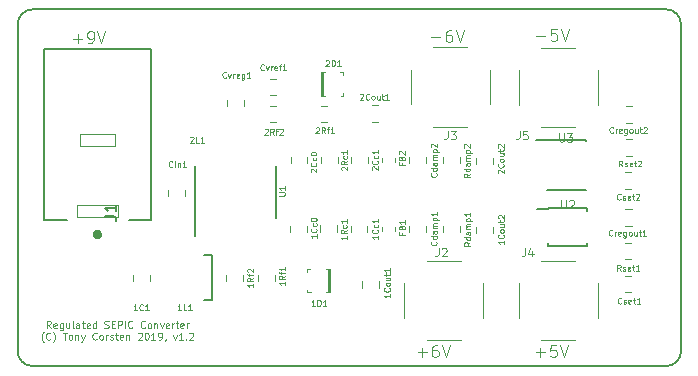
<source format=gbr>
G04 #@! TF.GenerationSoftware,KiCad,Pcbnew,(5.0.2)-1*
G04 #@! TF.CreationDate,2019-08-18T14:38:27-04:00*
G04 #@! TF.ProjectId,regulated-SEPIC-converter,72656775-6c61-4746-9564-2d5345504943,rev?*
G04 #@! TF.SameCoordinates,Original*
G04 #@! TF.FileFunction,Legend,Top*
G04 #@! TF.FilePolarity,Positive*
%FSLAX46Y46*%
G04 Gerber Fmt 4.6, Leading zero omitted, Abs format (unit mm)*
G04 Created by KiCad (PCBNEW (5.0.2)-1) date 8/18/2019 2:38:27 PM*
%MOMM*%
%LPD*%
G01*
G04 APERTURE LIST*
%ADD10C,0.100000*%
%ADD11C,0.150000*%
%ADD12C,0.120000*%
%ADD13C,0.127000*%
G04 #@! TA.AperFunction,NonConductor*
%ADD14C,0.000100*%
G04 #@! TD*
%ADD15C,0.400000*%
%ADD16C,0.125000*%
G04 APERTURE END LIST*
D10*
X91525885Y-78913028D02*
X92287790Y-78913028D01*
X91906838Y-79293980D02*
X91906838Y-78532076D01*
X92811600Y-79293980D02*
X93002076Y-79293980D01*
X93097314Y-79246361D01*
X93144933Y-79198742D01*
X93240171Y-79055885D01*
X93287790Y-78865409D01*
X93287790Y-78484457D01*
X93240171Y-78389219D01*
X93192552Y-78341600D01*
X93097314Y-78293980D01*
X92906838Y-78293980D01*
X92811600Y-78341600D01*
X92763980Y-78389219D01*
X92716361Y-78484457D01*
X92716361Y-78722552D01*
X92763980Y-78817790D01*
X92811600Y-78865409D01*
X92906838Y-78913028D01*
X93097314Y-78913028D01*
X93192552Y-78865409D01*
X93240171Y-78817790D01*
X93287790Y-78722552D01*
X93573504Y-78293980D02*
X93906838Y-79293980D01*
X94240171Y-78293980D01*
X130692685Y-105481428D02*
X131454590Y-105481428D01*
X131073638Y-105862380D02*
X131073638Y-105100476D01*
X132406971Y-104862380D02*
X131930780Y-104862380D01*
X131883161Y-105338571D01*
X131930780Y-105290952D01*
X132026019Y-105243333D01*
X132264114Y-105243333D01*
X132359352Y-105290952D01*
X132406971Y-105338571D01*
X132454590Y-105433809D01*
X132454590Y-105671904D01*
X132406971Y-105767142D01*
X132359352Y-105814761D01*
X132264114Y-105862380D01*
X132026019Y-105862380D01*
X131930780Y-105814761D01*
X131883161Y-105767142D01*
X132740304Y-104862380D02*
X133073638Y-105862380D01*
X133406971Y-104862380D01*
X120685085Y-105481428D02*
X121446990Y-105481428D01*
X121066038Y-105862380D02*
X121066038Y-105100476D01*
X122351752Y-104862380D02*
X122161276Y-104862380D01*
X122066038Y-104910000D01*
X122018419Y-104957619D01*
X121923180Y-105100476D01*
X121875561Y-105290952D01*
X121875561Y-105671904D01*
X121923180Y-105767142D01*
X121970800Y-105814761D01*
X122066038Y-105862380D01*
X122256514Y-105862380D01*
X122351752Y-105814761D01*
X122399371Y-105767142D01*
X122446990Y-105671904D01*
X122446990Y-105433809D01*
X122399371Y-105338571D01*
X122351752Y-105290952D01*
X122256514Y-105243333D01*
X122066038Y-105243333D01*
X121970800Y-105290952D01*
X121923180Y-105338571D01*
X121875561Y-105433809D01*
X122732704Y-104862380D02*
X123066038Y-105862380D01*
X123399371Y-104862380D01*
X130743485Y-78709828D02*
X131505390Y-78709828D01*
X132457771Y-78090780D02*
X131981580Y-78090780D01*
X131933961Y-78566971D01*
X131981580Y-78519352D01*
X132076819Y-78471733D01*
X132314914Y-78471733D01*
X132410152Y-78519352D01*
X132457771Y-78566971D01*
X132505390Y-78662209D01*
X132505390Y-78900304D01*
X132457771Y-78995542D01*
X132410152Y-79043161D01*
X132314914Y-79090780D01*
X132076819Y-79090780D01*
X131981580Y-79043161D01*
X131933961Y-78995542D01*
X132791104Y-78090780D02*
X133124438Y-79090780D01*
X133457771Y-78090780D01*
X121853485Y-78811428D02*
X122615390Y-78811428D01*
X123520152Y-78192380D02*
X123329676Y-78192380D01*
X123234438Y-78240000D01*
X123186819Y-78287619D01*
X123091580Y-78430476D01*
X123043961Y-78620952D01*
X123043961Y-79001904D01*
X123091580Y-79097142D01*
X123139200Y-79144761D01*
X123234438Y-79192380D01*
X123424914Y-79192380D01*
X123520152Y-79144761D01*
X123567771Y-79097142D01*
X123615390Y-79001904D01*
X123615390Y-78763809D01*
X123567771Y-78668571D01*
X123520152Y-78620952D01*
X123424914Y-78573333D01*
X123234438Y-78573333D01*
X123139200Y-78620952D01*
X123091580Y-78668571D01*
X123043961Y-78763809D01*
X123901104Y-78192380D02*
X124234438Y-79192380D01*
X124567771Y-78192380D01*
D11*
X142989300Y-105346500D02*
X142989300Y-77724000D01*
X142989300Y-105346500D02*
G75*
G02X141693900Y-106641900I-1295400J0D01*
G01*
X141693900Y-76428600D02*
G75*
G02X142989300Y-77724000I0J-1295400D01*
G01*
X86804500Y-77724000D02*
G75*
G02X88099900Y-76428600I1295400J0D01*
G01*
X88099900Y-106641900D02*
G75*
G02X86804500Y-105346500I0J1295400D01*
G01*
X141693900Y-76428600D02*
X88099900Y-76428600D01*
X86804500Y-105346500D02*
X86804500Y-77724000D01*
X141693900Y-106641900D02*
X88099900Y-106641900D01*
D10*
X89621428Y-103403428D02*
X89421428Y-103117714D01*
X89278571Y-103403428D02*
X89278571Y-102803428D01*
X89507142Y-102803428D01*
X89564285Y-102832000D01*
X89592857Y-102860571D01*
X89621428Y-102917714D01*
X89621428Y-103003428D01*
X89592857Y-103060571D01*
X89564285Y-103089142D01*
X89507142Y-103117714D01*
X89278571Y-103117714D01*
X90107142Y-103374857D02*
X90050000Y-103403428D01*
X89935714Y-103403428D01*
X89878571Y-103374857D01*
X89850000Y-103317714D01*
X89850000Y-103089142D01*
X89878571Y-103032000D01*
X89935714Y-103003428D01*
X90050000Y-103003428D01*
X90107142Y-103032000D01*
X90135714Y-103089142D01*
X90135714Y-103146285D01*
X89850000Y-103203428D01*
X90650000Y-103003428D02*
X90650000Y-103489142D01*
X90621428Y-103546285D01*
X90592857Y-103574857D01*
X90535714Y-103603428D01*
X90450000Y-103603428D01*
X90392857Y-103574857D01*
X90650000Y-103374857D02*
X90592857Y-103403428D01*
X90478571Y-103403428D01*
X90421428Y-103374857D01*
X90392857Y-103346285D01*
X90364285Y-103289142D01*
X90364285Y-103117714D01*
X90392857Y-103060571D01*
X90421428Y-103032000D01*
X90478571Y-103003428D01*
X90592857Y-103003428D01*
X90650000Y-103032000D01*
X91192857Y-103003428D02*
X91192857Y-103403428D01*
X90935714Y-103003428D02*
X90935714Y-103317714D01*
X90964285Y-103374857D01*
X91021428Y-103403428D01*
X91107142Y-103403428D01*
X91164285Y-103374857D01*
X91192857Y-103346285D01*
X91564285Y-103403428D02*
X91507142Y-103374857D01*
X91478571Y-103317714D01*
X91478571Y-102803428D01*
X92050000Y-103403428D02*
X92050000Y-103089142D01*
X92021428Y-103032000D01*
X91964285Y-103003428D01*
X91850000Y-103003428D01*
X91792857Y-103032000D01*
X92050000Y-103374857D02*
X91992857Y-103403428D01*
X91850000Y-103403428D01*
X91792857Y-103374857D01*
X91764285Y-103317714D01*
X91764285Y-103260571D01*
X91792857Y-103203428D01*
X91850000Y-103174857D01*
X91992857Y-103174857D01*
X92050000Y-103146285D01*
X92250000Y-103003428D02*
X92478571Y-103003428D01*
X92335714Y-102803428D02*
X92335714Y-103317714D01*
X92364285Y-103374857D01*
X92421428Y-103403428D01*
X92478571Y-103403428D01*
X92907142Y-103374857D02*
X92850000Y-103403428D01*
X92735714Y-103403428D01*
X92678571Y-103374857D01*
X92650000Y-103317714D01*
X92650000Y-103089142D01*
X92678571Y-103032000D01*
X92735714Y-103003428D01*
X92850000Y-103003428D01*
X92907142Y-103032000D01*
X92935714Y-103089142D01*
X92935714Y-103146285D01*
X92650000Y-103203428D01*
X93450000Y-103403428D02*
X93450000Y-102803428D01*
X93450000Y-103374857D02*
X93392857Y-103403428D01*
X93278571Y-103403428D01*
X93221428Y-103374857D01*
X93192857Y-103346285D01*
X93164285Y-103289142D01*
X93164285Y-103117714D01*
X93192857Y-103060571D01*
X93221428Y-103032000D01*
X93278571Y-103003428D01*
X93392857Y-103003428D01*
X93450000Y-103032000D01*
X94164285Y-103374857D02*
X94250000Y-103403428D01*
X94392857Y-103403428D01*
X94450000Y-103374857D01*
X94478571Y-103346285D01*
X94507142Y-103289142D01*
X94507142Y-103232000D01*
X94478571Y-103174857D01*
X94450000Y-103146285D01*
X94392857Y-103117714D01*
X94278571Y-103089142D01*
X94221428Y-103060571D01*
X94192857Y-103032000D01*
X94164285Y-102974857D01*
X94164285Y-102917714D01*
X94192857Y-102860571D01*
X94221428Y-102832000D01*
X94278571Y-102803428D01*
X94421428Y-102803428D01*
X94507142Y-102832000D01*
X94764285Y-103089142D02*
X94964285Y-103089142D01*
X95050000Y-103403428D02*
X94764285Y-103403428D01*
X94764285Y-102803428D01*
X95050000Y-102803428D01*
X95307142Y-103403428D02*
X95307142Y-102803428D01*
X95535714Y-102803428D01*
X95592857Y-102832000D01*
X95621428Y-102860571D01*
X95650000Y-102917714D01*
X95650000Y-103003428D01*
X95621428Y-103060571D01*
X95592857Y-103089142D01*
X95535714Y-103117714D01*
X95307142Y-103117714D01*
X95907142Y-103403428D02*
X95907142Y-102803428D01*
X96535714Y-103346285D02*
X96507142Y-103374857D01*
X96421428Y-103403428D01*
X96364285Y-103403428D01*
X96278571Y-103374857D01*
X96221428Y-103317714D01*
X96192857Y-103260571D01*
X96164285Y-103146285D01*
X96164285Y-103060571D01*
X96192857Y-102946285D01*
X96221428Y-102889142D01*
X96278571Y-102832000D01*
X96364285Y-102803428D01*
X96421428Y-102803428D01*
X96507142Y-102832000D01*
X96535714Y-102860571D01*
X97592857Y-103346285D02*
X97564285Y-103374857D01*
X97478571Y-103403428D01*
X97421428Y-103403428D01*
X97335714Y-103374857D01*
X97278571Y-103317714D01*
X97250000Y-103260571D01*
X97221428Y-103146285D01*
X97221428Y-103060571D01*
X97250000Y-102946285D01*
X97278571Y-102889142D01*
X97335714Y-102832000D01*
X97421428Y-102803428D01*
X97478571Y-102803428D01*
X97564285Y-102832000D01*
X97592857Y-102860571D01*
X97935714Y-103403428D02*
X97878571Y-103374857D01*
X97850000Y-103346285D01*
X97821428Y-103289142D01*
X97821428Y-103117714D01*
X97850000Y-103060571D01*
X97878571Y-103032000D01*
X97935714Y-103003428D01*
X98021428Y-103003428D01*
X98078571Y-103032000D01*
X98107142Y-103060571D01*
X98135714Y-103117714D01*
X98135714Y-103289142D01*
X98107142Y-103346285D01*
X98078571Y-103374857D01*
X98021428Y-103403428D01*
X97935714Y-103403428D01*
X98392857Y-103003428D02*
X98392857Y-103403428D01*
X98392857Y-103060571D02*
X98421428Y-103032000D01*
X98478571Y-103003428D01*
X98564285Y-103003428D01*
X98621428Y-103032000D01*
X98650000Y-103089142D01*
X98650000Y-103403428D01*
X98878571Y-103003428D02*
X99021428Y-103403428D01*
X99164285Y-103003428D01*
X99621428Y-103374857D02*
X99564285Y-103403428D01*
X99450000Y-103403428D01*
X99392857Y-103374857D01*
X99364285Y-103317714D01*
X99364285Y-103089142D01*
X99392857Y-103032000D01*
X99450000Y-103003428D01*
X99564285Y-103003428D01*
X99621428Y-103032000D01*
X99650000Y-103089142D01*
X99650000Y-103146285D01*
X99364285Y-103203428D01*
X99907142Y-103403428D02*
X99907142Y-103003428D01*
X99907142Y-103117714D02*
X99935714Y-103060571D01*
X99964285Y-103032000D01*
X100021428Y-103003428D01*
X100078571Y-103003428D01*
X100192857Y-103003428D02*
X100421428Y-103003428D01*
X100278571Y-102803428D02*
X100278571Y-103317714D01*
X100307142Y-103374857D01*
X100364285Y-103403428D01*
X100421428Y-103403428D01*
X100850000Y-103374857D02*
X100792857Y-103403428D01*
X100678571Y-103403428D01*
X100621428Y-103374857D01*
X100592857Y-103317714D01*
X100592857Y-103089142D01*
X100621428Y-103032000D01*
X100678571Y-103003428D01*
X100792857Y-103003428D01*
X100850000Y-103032000D01*
X100878571Y-103089142D01*
X100878571Y-103146285D01*
X100592857Y-103203428D01*
X101135714Y-103403428D02*
X101135714Y-103003428D01*
X101135714Y-103117714D02*
X101164285Y-103060571D01*
X101192857Y-103032000D01*
X101250000Y-103003428D01*
X101307142Y-103003428D01*
X89021428Y-104632000D02*
X88992857Y-104603428D01*
X88935714Y-104517714D01*
X88907142Y-104460571D01*
X88878571Y-104374857D01*
X88850000Y-104232000D01*
X88850000Y-104117714D01*
X88878571Y-103974857D01*
X88907142Y-103889142D01*
X88935714Y-103832000D01*
X88992857Y-103746285D01*
X89021428Y-103717714D01*
X89592857Y-104346285D02*
X89564285Y-104374857D01*
X89478571Y-104403428D01*
X89421428Y-104403428D01*
X89335714Y-104374857D01*
X89278571Y-104317714D01*
X89250000Y-104260571D01*
X89221428Y-104146285D01*
X89221428Y-104060571D01*
X89250000Y-103946285D01*
X89278571Y-103889142D01*
X89335714Y-103832000D01*
X89421428Y-103803428D01*
X89478571Y-103803428D01*
X89564285Y-103832000D01*
X89592857Y-103860571D01*
X89792857Y-104632000D02*
X89821428Y-104603428D01*
X89878571Y-104517714D01*
X89907142Y-104460571D01*
X89935714Y-104374857D01*
X89964285Y-104232000D01*
X89964285Y-104117714D01*
X89935714Y-103974857D01*
X89907142Y-103889142D01*
X89878571Y-103832000D01*
X89821428Y-103746285D01*
X89792857Y-103717714D01*
X90621428Y-103803428D02*
X90964285Y-103803428D01*
X90792857Y-104403428D02*
X90792857Y-103803428D01*
X91250000Y-104403428D02*
X91192857Y-104374857D01*
X91164285Y-104346285D01*
X91135714Y-104289142D01*
X91135714Y-104117714D01*
X91164285Y-104060571D01*
X91192857Y-104032000D01*
X91250000Y-104003428D01*
X91335714Y-104003428D01*
X91392857Y-104032000D01*
X91421428Y-104060571D01*
X91450000Y-104117714D01*
X91450000Y-104289142D01*
X91421428Y-104346285D01*
X91392857Y-104374857D01*
X91335714Y-104403428D01*
X91250000Y-104403428D01*
X91707142Y-104003428D02*
X91707142Y-104403428D01*
X91707142Y-104060571D02*
X91735714Y-104032000D01*
X91792857Y-104003428D01*
X91878571Y-104003428D01*
X91935714Y-104032000D01*
X91964285Y-104089142D01*
X91964285Y-104403428D01*
X92192857Y-104003428D02*
X92335714Y-104403428D01*
X92478571Y-104003428D02*
X92335714Y-104403428D01*
X92278571Y-104546285D01*
X92250000Y-104574857D01*
X92192857Y-104603428D01*
X93507142Y-104346285D02*
X93478571Y-104374857D01*
X93392857Y-104403428D01*
X93335714Y-104403428D01*
X93250000Y-104374857D01*
X93192857Y-104317714D01*
X93164285Y-104260571D01*
X93135714Y-104146285D01*
X93135714Y-104060571D01*
X93164285Y-103946285D01*
X93192857Y-103889142D01*
X93250000Y-103832000D01*
X93335714Y-103803428D01*
X93392857Y-103803428D01*
X93478571Y-103832000D01*
X93507142Y-103860571D01*
X93850000Y-104403428D02*
X93792857Y-104374857D01*
X93764285Y-104346285D01*
X93735714Y-104289142D01*
X93735714Y-104117714D01*
X93764285Y-104060571D01*
X93792857Y-104032000D01*
X93850000Y-104003428D01*
X93935714Y-104003428D01*
X93992857Y-104032000D01*
X94021428Y-104060571D01*
X94050000Y-104117714D01*
X94050000Y-104289142D01*
X94021428Y-104346285D01*
X93992857Y-104374857D01*
X93935714Y-104403428D01*
X93850000Y-104403428D01*
X94307142Y-104403428D02*
X94307142Y-104003428D01*
X94307142Y-104117714D02*
X94335714Y-104060571D01*
X94364285Y-104032000D01*
X94421428Y-104003428D01*
X94478571Y-104003428D01*
X94650000Y-104374857D02*
X94707142Y-104403428D01*
X94821428Y-104403428D01*
X94878571Y-104374857D01*
X94907142Y-104317714D01*
X94907142Y-104289142D01*
X94878571Y-104232000D01*
X94821428Y-104203428D01*
X94735714Y-104203428D01*
X94678571Y-104174857D01*
X94650000Y-104117714D01*
X94650000Y-104089142D01*
X94678571Y-104032000D01*
X94735714Y-104003428D01*
X94821428Y-104003428D01*
X94878571Y-104032000D01*
X95078571Y-104003428D02*
X95307142Y-104003428D01*
X95164285Y-103803428D02*
X95164285Y-104317714D01*
X95192857Y-104374857D01*
X95250000Y-104403428D01*
X95307142Y-104403428D01*
X95735714Y-104374857D02*
X95678571Y-104403428D01*
X95564285Y-104403428D01*
X95507142Y-104374857D01*
X95478571Y-104317714D01*
X95478571Y-104089142D01*
X95507142Y-104032000D01*
X95564285Y-104003428D01*
X95678571Y-104003428D01*
X95735714Y-104032000D01*
X95764285Y-104089142D01*
X95764285Y-104146285D01*
X95478571Y-104203428D01*
X96021428Y-104003428D02*
X96021428Y-104403428D01*
X96021428Y-104060571D02*
X96050000Y-104032000D01*
X96107142Y-104003428D01*
X96192857Y-104003428D01*
X96250000Y-104032000D01*
X96278571Y-104089142D01*
X96278571Y-104403428D01*
X96992857Y-103860571D02*
X97021428Y-103832000D01*
X97078571Y-103803428D01*
X97221428Y-103803428D01*
X97278571Y-103832000D01*
X97307142Y-103860571D01*
X97335714Y-103917714D01*
X97335714Y-103974857D01*
X97307142Y-104060571D01*
X96964285Y-104403428D01*
X97335714Y-104403428D01*
X97707142Y-103803428D02*
X97764285Y-103803428D01*
X97821428Y-103832000D01*
X97850000Y-103860571D01*
X97878571Y-103917714D01*
X97907142Y-104032000D01*
X97907142Y-104174857D01*
X97878571Y-104289142D01*
X97850000Y-104346285D01*
X97821428Y-104374857D01*
X97764285Y-104403428D01*
X97707142Y-104403428D01*
X97650000Y-104374857D01*
X97621428Y-104346285D01*
X97592857Y-104289142D01*
X97564285Y-104174857D01*
X97564285Y-104032000D01*
X97592857Y-103917714D01*
X97621428Y-103860571D01*
X97650000Y-103832000D01*
X97707142Y-103803428D01*
X98478571Y-104403428D02*
X98135714Y-104403428D01*
X98307142Y-104403428D02*
X98307142Y-103803428D01*
X98250000Y-103889142D01*
X98192857Y-103946285D01*
X98135714Y-103974857D01*
X98764285Y-104403428D02*
X98878571Y-104403428D01*
X98935714Y-104374857D01*
X98964285Y-104346285D01*
X99021428Y-104260571D01*
X99049999Y-104146285D01*
X99049999Y-103917714D01*
X99021428Y-103860571D01*
X98992857Y-103832000D01*
X98935714Y-103803428D01*
X98821428Y-103803428D01*
X98764285Y-103832000D01*
X98735714Y-103860571D01*
X98707142Y-103917714D01*
X98707142Y-104060571D01*
X98735714Y-104117714D01*
X98764285Y-104146285D01*
X98821428Y-104174857D01*
X98935714Y-104174857D01*
X98992857Y-104146285D01*
X99021428Y-104117714D01*
X99049999Y-104060571D01*
X99335714Y-104374857D02*
X99335714Y-104403428D01*
X99307142Y-104460571D01*
X99278571Y-104489142D01*
X99992857Y-104003428D02*
X100135714Y-104403428D01*
X100278571Y-104003428D01*
X100821428Y-104403428D02*
X100478571Y-104403428D01*
X100649999Y-104403428D02*
X100649999Y-103803428D01*
X100592857Y-103889142D01*
X100535714Y-103946285D01*
X100478571Y-103974857D01*
X101078571Y-104346285D02*
X101107142Y-104374857D01*
X101078571Y-104403428D01*
X101049999Y-104374857D01*
X101078571Y-104346285D01*
X101078571Y-104403428D01*
X101335714Y-103860571D02*
X101364285Y-103832000D01*
X101421428Y-103803428D01*
X101564285Y-103803428D01*
X101621428Y-103832000D01*
X101649999Y-103860571D01*
X101678571Y-103917714D01*
X101678571Y-103974857D01*
X101649999Y-104060571D01*
X101307142Y-104403428D01*
X101678571Y-104403428D01*
D12*
G04 #@! TO.C,J5*
X131138000Y-79703000D02*
X134038000Y-79703000D01*
X131138000Y-86413000D02*
X134038000Y-86413000D01*
X135943000Y-81608000D02*
X135943000Y-84508000D01*
X129233000Y-81608000D02*
X129233000Y-84508000D01*
G04 #@! TO.C,J4*
X131138000Y-97737000D02*
X134038000Y-97737000D01*
X131138000Y-104447000D02*
X134038000Y-104447000D01*
X135943000Y-99642000D02*
X135943000Y-102542000D01*
X129233000Y-99642000D02*
X129233000Y-102542000D01*
G04 #@! TO.C,J2*
X121435200Y-97737000D02*
X124335200Y-97737000D01*
X121435200Y-104447000D02*
X124335200Y-104447000D01*
X126240200Y-99642000D02*
X126240200Y-102542000D01*
X119530200Y-99642000D02*
X119530200Y-102542000D01*
G04 #@! TO.C,J3*
X121994000Y-79652200D02*
X124894000Y-79652200D01*
X121994000Y-86362200D02*
X124894000Y-86362200D01*
X126799000Y-81557200D02*
X126799000Y-84457200D01*
X120089000Y-81557200D02*
X120089000Y-84457200D01*
G04 #@! TO.C,1Cout1*
X115977600Y-99468148D02*
X115977600Y-99990652D01*
X117397600Y-99468148D02*
X117397600Y-99990652D01*
D10*
G04 #@! TO.C,1D1*
X113059200Y-100390600D02*
X113059200Y-98440600D01*
X113159200Y-100390600D02*
X113159200Y-98440600D01*
X111327600Y-100390600D02*
X111327600Y-100165600D01*
X111627600Y-100390600D02*
X111327600Y-100390600D01*
X111327600Y-98440600D02*
X111577600Y-98440600D01*
X111327600Y-98690600D02*
X111327600Y-98440600D01*
X113259200Y-100390600D02*
X113259200Y-98440600D01*
X112909200Y-100390600D02*
X113259200Y-100390600D01*
X112909200Y-98440600D02*
X113259200Y-98440600D01*
G04 #@! TO.C,2D1*
X112670600Y-81778200D02*
X112670600Y-83728200D01*
X112570600Y-81778200D02*
X112570600Y-83728200D01*
X114402200Y-81778200D02*
X114402200Y-82003200D01*
X114102200Y-81778200D02*
X114402200Y-81778200D01*
X114402200Y-83728200D02*
X114152200Y-83728200D01*
X114402200Y-83478200D02*
X114402200Y-83728200D01*
X112470600Y-81778200D02*
X112470600Y-83728200D01*
X112820600Y-81778200D02*
X112470600Y-81778200D01*
X112820600Y-83728200D02*
X112470600Y-83728200D01*
D11*
G04 #@! TO.C,1L1*
X103239300Y-101069200D02*
X102561700Y-101069200D01*
X103239300Y-97269200D02*
X103239300Y-101069200D01*
X102561700Y-97269200D02*
X103239300Y-97269200D01*
D12*
G04 #@! TO.C,1C1*
X96559300Y-98883948D02*
X96559300Y-99406452D01*
X97979300Y-98883948D02*
X97979300Y-99406452D01*
G04 #@! TO.C,1Cc0*
X109894300Y-94734748D02*
X109894300Y-95257252D01*
X111314300Y-94734748D02*
X111314300Y-95257252D01*
G04 #@! TO.C,1Cc1*
X116432400Y-95278952D02*
X116432400Y-94756448D01*
X115012400Y-95278952D02*
X115012400Y-94756448D01*
G04 #@! TO.C,1Rc1*
X113854300Y-95248252D02*
X113854300Y-94725748D01*
X112434300Y-95248252D02*
X112434300Y-94725748D01*
G04 #@! TO.C,1Rf1*
X108571100Y-99422852D02*
X108571100Y-98900348D01*
X107151100Y-99422852D02*
X107151100Y-98900348D01*
G04 #@! TO.C,1Rf2*
X105878700Y-99422852D02*
X105878700Y-98900348D01*
X104458700Y-99422852D02*
X104458700Y-98900348D01*
G04 #@! TO.C,2Cc0*
X111339700Y-89475052D02*
X111339700Y-88952548D01*
X109919700Y-89475052D02*
X109919700Y-88952548D01*
G04 #@! TO.C,2Cc1*
X115025100Y-88934548D02*
X115025100Y-89457052D01*
X116445100Y-88934548D02*
X116445100Y-89457052D01*
G04 #@! TO.C,2Cout1*
X116823748Y-85952400D02*
X117346252Y-85952400D01*
X116823748Y-84532400D02*
X117346252Y-84532400D01*
G04 #@! TO.C,2Rc1*
X112485100Y-88952548D02*
X112485100Y-89475052D01*
X113905100Y-88952548D02*
X113905100Y-89475052D01*
G04 #@! TO.C,2Rf1*
X113024552Y-84583200D02*
X112502048Y-84583200D01*
X113024552Y-86003200D02*
X112502048Y-86003200D01*
G04 #@! TO.C,2Rf2*
X108193048Y-86003200D02*
X108715552Y-86003200D01*
X108193048Y-84583200D02*
X108715552Y-84583200D01*
G04 #@! TO.C,Cin1*
X99531100Y-91712148D02*
X99531100Y-92234652D01*
X100951100Y-91712148D02*
X100951100Y-92234652D01*
G04 #@! TO.C,Cregout1*
X138789152Y-94740800D02*
X138266648Y-94740800D01*
X138789152Y-93320800D02*
X138266648Y-93320800D01*
G04 #@! TO.C,Cregout2*
X138827252Y-84634000D02*
X138304748Y-84634000D01*
X138827252Y-86054000D02*
X138304748Y-86054000D01*
G04 #@! TO.C,Cset1*
X138210548Y-98985000D02*
X138733052Y-98985000D01*
X138210548Y-100405000D02*
X138733052Y-100405000D01*
G04 #@! TO.C,Cset2*
X138260298Y-91642000D02*
X138782802Y-91642000D01*
X138260298Y-90222000D02*
X138782802Y-90222000D01*
G04 #@! TO.C,Cvref1*
X108193048Y-83717200D02*
X108715552Y-83717200D01*
X108193048Y-82297200D02*
X108715552Y-82297200D01*
G04 #@! TO.C,Cvreg1*
X104560300Y-84133948D02*
X104560300Y-84656452D01*
X105980300Y-84133948D02*
X105980300Y-84656452D01*
G04 #@! TO.C,Rset1*
X138253948Y-97611000D02*
X138776452Y-97611000D01*
X138253948Y-96191000D02*
X138776452Y-96191000D01*
G04 #@! TO.C,Rset2*
X138295748Y-88848000D02*
X138818252Y-88848000D01*
X138295748Y-87428000D02*
X138818252Y-87428000D01*
D11*
G04 #@! TO.C,U1*
X101820300Y-95647200D02*
X101820300Y-89672200D01*
X108720300Y-94122200D02*
X108720300Y-89672200D01*
D12*
G04 #@! TO.C,1Cout2*
X125629600Y-94827348D02*
X125629600Y-95349852D01*
X127049600Y-94827348D02*
X127049600Y-95349852D01*
G04 #@! TO.C,2Cout2*
X127049600Y-88985348D02*
X127049600Y-89507852D01*
X125629600Y-88985348D02*
X125629600Y-89507852D01*
G04 #@! TO.C,Cdamp1*
X121410800Y-94794548D02*
X121410800Y-95317052D01*
X119990800Y-94794548D02*
X119990800Y-95317052D01*
G04 #@! TO.C,Cdamp2*
X119990800Y-88952548D02*
X119990800Y-89475052D01*
X121410800Y-88952548D02*
X121410800Y-89475052D01*
G04 #@! TO.C,FB1*
X118721600Y-94836133D02*
X118721600Y-95178667D01*
X117701600Y-94836133D02*
X117701600Y-95178667D01*
G04 #@! TO.C,FB2*
X118721600Y-89336667D02*
X118721600Y-88994133D01*
X117701600Y-89336667D02*
X117701600Y-88994133D01*
D13*
G04 #@! TO.C,J1*
X98073600Y-94297400D02*
X96223600Y-94297400D01*
X91023600Y-94297400D02*
X89073600Y-94297400D01*
D14*
X91823600Y-92997400D02*
X95323600Y-92997400D01*
X95073600Y-87997400D02*
X92073600Y-87997400D01*
X95323600Y-93997400D02*
X91823600Y-93997400D01*
X91823600Y-93997400D02*
X91823600Y-92997400D01*
D13*
X89073600Y-94297400D02*
X89073600Y-79797400D01*
X89073600Y-79797400D02*
X98073600Y-79797400D01*
X98073600Y-79797400D02*
X98073600Y-94297400D01*
D14*
X92073600Y-87997400D02*
X92073600Y-86997400D01*
D15*
X93773600Y-95497400D02*
G75*
G03X93773600Y-95497400I-200000J0D01*
G01*
D14*
X92073600Y-86997400D02*
X95073600Y-86997400D01*
X95073600Y-86997400D02*
X95073600Y-87997400D01*
X95323600Y-92997400D02*
X95323600Y-93997400D01*
D12*
G04 #@! TO.C,Rdamp1*
X124255600Y-94794548D02*
X124255600Y-95317052D01*
X122835600Y-94794548D02*
X122835600Y-95317052D01*
G04 #@! TO.C,Rdamp2*
X124255600Y-89475052D02*
X124255600Y-88952548D01*
X122835600Y-89475052D02*
X122835600Y-88952548D01*
D11*
G04 #@! TO.C,U2*
X131750400Y-93218600D02*
X131750400Y-93368600D01*
X135000400Y-93218600D02*
X135000400Y-93466100D01*
X135000400Y-96468600D02*
X135000400Y-96221100D01*
X131750400Y-96468600D02*
X131750400Y-96221100D01*
X131750400Y-93218600D02*
X135000400Y-93218600D01*
X131750400Y-96468600D02*
X135000400Y-96468600D01*
X131750400Y-93368600D02*
X130825400Y-93368600D01*
G04 #@! TO.C,U3*
X134911500Y-87511600D02*
X134911500Y-87576600D01*
X134911500Y-91761600D02*
X134911500Y-91696600D01*
X131661500Y-91761600D02*
X131661500Y-91696600D01*
X131661500Y-87511600D02*
X134911500Y-87511600D01*
X131661500Y-91761600D02*
X134911500Y-91761600D01*
X131661500Y-87511600D02*
X130736500Y-87511600D01*
G04 #@! TD*
G04 #@! TO.C,J5*
D10*
X129306666Y-86738666D02*
X129306666Y-87238666D01*
X129273333Y-87338666D01*
X129206666Y-87405333D01*
X129106666Y-87438666D01*
X129040000Y-87438666D01*
X129973333Y-86738666D02*
X129640000Y-86738666D01*
X129606666Y-87072000D01*
X129640000Y-87038666D01*
X129706666Y-87005333D01*
X129873333Y-87005333D01*
X129940000Y-87038666D01*
X129973333Y-87072000D01*
X130006666Y-87138666D01*
X130006666Y-87305333D01*
X129973333Y-87372000D01*
X129940000Y-87405333D01*
X129873333Y-87438666D01*
X129706666Y-87438666D01*
X129640000Y-87405333D01*
X129606666Y-87372000D01*
G04 #@! TO.C,J4*
X129763866Y-96644666D02*
X129763866Y-97144666D01*
X129730533Y-97244666D01*
X129663866Y-97311333D01*
X129563866Y-97344666D01*
X129497200Y-97344666D01*
X130397200Y-96878000D02*
X130397200Y-97344666D01*
X130230533Y-96611333D02*
X130063866Y-97111333D01*
X130497200Y-97111333D01*
G04 #@! TO.C,J2*
X122448666Y-96644666D02*
X122448666Y-97144666D01*
X122415333Y-97244666D01*
X122348666Y-97311333D01*
X122248666Y-97344666D01*
X122182000Y-97344666D01*
X122748666Y-96711333D02*
X122782000Y-96678000D01*
X122848666Y-96644666D01*
X123015333Y-96644666D01*
X123082000Y-96678000D01*
X123115333Y-96711333D01*
X123148666Y-96778000D01*
X123148666Y-96844666D01*
X123115333Y-96944666D01*
X122715333Y-97344666D01*
X123148666Y-97344666D01*
G04 #@! TO.C,J3*
X123210666Y-86738666D02*
X123210666Y-87238666D01*
X123177333Y-87338666D01*
X123110666Y-87405333D01*
X123010666Y-87438666D01*
X122944000Y-87438666D01*
X123477333Y-86738666D02*
X123910666Y-86738666D01*
X123677333Y-87005333D01*
X123777333Y-87005333D01*
X123844000Y-87038666D01*
X123877333Y-87072000D01*
X123910666Y-87138666D01*
X123910666Y-87305333D01*
X123877333Y-87372000D01*
X123844000Y-87405333D01*
X123777333Y-87438666D01*
X123577333Y-87438666D01*
X123510666Y-87405333D01*
X123477333Y-87372000D01*
G04 #@! TO.C,1Cout1*
X118336190Y-100526476D02*
X118336190Y-100812190D01*
X118336190Y-100669333D02*
X117836190Y-100669333D01*
X117907619Y-100716952D01*
X117955238Y-100764571D01*
X117979047Y-100812190D01*
X118288571Y-100026476D02*
X118312380Y-100050285D01*
X118336190Y-100121714D01*
X118336190Y-100169333D01*
X118312380Y-100240761D01*
X118264761Y-100288380D01*
X118217142Y-100312190D01*
X118121904Y-100336000D01*
X118050476Y-100336000D01*
X117955238Y-100312190D01*
X117907619Y-100288380D01*
X117860000Y-100240761D01*
X117836190Y-100169333D01*
X117836190Y-100121714D01*
X117860000Y-100050285D01*
X117883809Y-100026476D01*
X118336190Y-99740761D02*
X118312380Y-99788380D01*
X118288571Y-99812190D01*
X118240952Y-99836000D01*
X118098095Y-99836000D01*
X118050476Y-99812190D01*
X118026666Y-99788380D01*
X118002857Y-99740761D01*
X118002857Y-99669333D01*
X118026666Y-99621714D01*
X118050476Y-99597904D01*
X118098095Y-99574095D01*
X118240952Y-99574095D01*
X118288571Y-99597904D01*
X118312380Y-99621714D01*
X118336190Y-99669333D01*
X118336190Y-99740761D01*
X118002857Y-99145523D02*
X118336190Y-99145523D01*
X118002857Y-99359809D02*
X118264761Y-99359809D01*
X118312380Y-99336000D01*
X118336190Y-99288380D01*
X118336190Y-99216952D01*
X118312380Y-99169333D01*
X118288571Y-99145523D01*
X118002857Y-98978857D02*
X118002857Y-98788380D01*
X117836190Y-98907428D02*
X118264761Y-98907428D01*
X118312380Y-98883619D01*
X118336190Y-98836000D01*
X118336190Y-98788380D01*
X118336190Y-98359809D02*
X118336190Y-98645523D01*
X118336190Y-98502666D02*
X117836190Y-98502666D01*
X117907619Y-98550285D01*
X117955238Y-98597904D01*
X117979047Y-98645523D01*
G04 #@! TO.C,1D1*
X111983561Y-101531790D02*
X111697847Y-101531790D01*
X111840704Y-101531790D02*
X111840704Y-101031790D01*
X111793085Y-101103219D01*
X111745466Y-101150838D01*
X111697847Y-101174647D01*
X112197847Y-101531790D02*
X112197847Y-101031790D01*
X112316895Y-101031790D01*
X112388323Y-101055600D01*
X112435942Y-101103219D01*
X112459752Y-101150838D01*
X112483561Y-101246076D01*
X112483561Y-101317504D01*
X112459752Y-101412742D01*
X112435942Y-101460361D01*
X112388323Y-101507980D01*
X112316895Y-101531790D01*
X112197847Y-101531790D01*
X112959752Y-101531790D02*
X112674038Y-101531790D01*
X112816895Y-101531790D02*
X112816895Y-101031790D01*
X112769276Y-101103219D01*
X112721657Y-101150838D01*
X112674038Y-101174647D01*
G04 #@! TO.C,2D1*
X112894347Y-80774409D02*
X112918157Y-80750600D01*
X112965776Y-80726790D01*
X113084823Y-80726790D01*
X113132442Y-80750600D01*
X113156252Y-80774409D01*
X113180061Y-80822028D01*
X113180061Y-80869647D01*
X113156252Y-80941076D01*
X112870538Y-81226790D01*
X113180061Y-81226790D01*
X113394347Y-81226790D02*
X113394347Y-80726790D01*
X113513395Y-80726790D01*
X113584823Y-80750600D01*
X113632442Y-80798219D01*
X113656252Y-80845838D01*
X113680061Y-80941076D01*
X113680061Y-81012504D01*
X113656252Y-81107742D01*
X113632442Y-81155361D01*
X113584823Y-81202980D01*
X113513395Y-81226790D01*
X113394347Y-81226790D01*
X114156252Y-81226790D02*
X113870538Y-81226790D01*
X114013395Y-81226790D02*
X114013395Y-80726790D01*
X113965776Y-80798219D01*
X113918157Y-80845838D01*
X113870538Y-80869647D01*
G04 #@! TO.C,1L1*
X100654680Y-101902390D02*
X100368966Y-101902390D01*
X100511823Y-101902390D02*
X100511823Y-101402390D01*
X100464204Y-101473819D01*
X100416585Y-101521438D01*
X100368966Y-101545247D01*
X101107061Y-101902390D02*
X100868966Y-101902390D01*
X100868966Y-101402390D01*
X101535633Y-101902390D02*
X101249919Y-101902390D01*
X101392776Y-101902390D02*
X101392776Y-101402390D01*
X101345157Y-101473819D01*
X101297538Y-101521438D01*
X101249919Y-101545247D01*
G04 #@! TO.C,2L1*
X101435766Y-87264109D02*
X101459576Y-87240300D01*
X101507195Y-87216490D01*
X101626242Y-87216490D01*
X101673861Y-87240300D01*
X101697671Y-87264109D01*
X101721480Y-87311728D01*
X101721480Y-87359347D01*
X101697671Y-87430776D01*
X101411957Y-87716490D01*
X101721480Y-87716490D01*
X102173861Y-87716490D02*
X101935766Y-87716490D01*
X101935766Y-87216490D01*
X102602433Y-87716490D02*
X102316719Y-87716490D01*
X102459576Y-87716490D02*
X102459576Y-87216490D01*
X102411957Y-87287919D01*
X102364338Y-87335538D01*
X102316719Y-87359347D01*
G04 #@! TO.C,1C1*
X96924061Y-101902390D02*
X96638347Y-101902390D01*
X96781204Y-101902390D02*
X96781204Y-101402390D01*
X96733585Y-101473819D01*
X96685966Y-101521438D01*
X96638347Y-101545247D01*
X97424061Y-101854771D02*
X97400252Y-101878580D01*
X97328823Y-101902390D01*
X97281204Y-101902390D01*
X97209776Y-101878580D01*
X97162157Y-101830961D01*
X97138347Y-101783342D01*
X97114538Y-101688104D01*
X97114538Y-101616676D01*
X97138347Y-101521438D01*
X97162157Y-101473819D01*
X97209776Y-101426200D01*
X97281204Y-101402390D01*
X97328823Y-101402390D01*
X97400252Y-101426200D01*
X97424061Y-101450009D01*
X97900252Y-101902390D02*
X97614538Y-101902390D01*
X97757395Y-101902390D02*
X97757395Y-101402390D01*
X97709776Y-101473819D01*
X97662157Y-101521438D01*
X97614538Y-101545247D01*
G04 #@! TO.C,1Cc0*
X112125890Y-95492023D02*
X112125890Y-95777738D01*
X112125890Y-95634880D02*
X111625890Y-95634880D01*
X111697319Y-95682500D01*
X111744938Y-95730119D01*
X111768747Y-95777738D01*
X112078271Y-94992023D02*
X112102080Y-95015833D01*
X112125890Y-95087261D01*
X112125890Y-95134880D01*
X112102080Y-95206309D01*
X112054461Y-95253928D01*
X112006842Y-95277738D01*
X111911604Y-95301547D01*
X111840176Y-95301547D01*
X111744938Y-95277738D01*
X111697319Y-95253928D01*
X111649700Y-95206309D01*
X111625890Y-95134880D01*
X111625890Y-95087261D01*
X111649700Y-95015833D01*
X111673509Y-94992023D01*
X112102080Y-94563452D02*
X112125890Y-94611071D01*
X112125890Y-94706309D01*
X112102080Y-94753928D01*
X112078271Y-94777738D01*
X112030652Y-94801547D01*
X111887795Y-94801547D01*
X111840176Y-94777738D01*
X111816366Y-94753928D01*
X111792557Y-94706309D01*
X111792557Y-94611071D01*
X111816366Y-94563452D01*
X111625890Y-94253928D02*
X111625890Y-94206309D01*
X111649700Y-94158690D01*
X111673509Y-94134880D01*
X111721128Y-94111071D01*
X111816366Y-94087261D01*
X111935414Y-94087261D01*
X112030652Y-94111071D01*
X112078271Y-94134880D01*
X112102080Y-94158690D01*
X112125890Y-94206309D01*
X112125890Y-94253928D01*
X112102080Y-94301547D01*
X112078271Y-94325357D01*
X112030652Y-94349166D01*
X111935414Y-94372976D01*
X111816366Y-94372976D01*
X111721128Y-94349166D01*
X111673509Y-94325357D01*
X111649700Y-94301547D01*
X111625890Y-94253928D01*
G04 #@! TO.C,1Cc1*
X117320190Y-95589923D02*
X117320190Y-95875638D01*
X117320190Y-95732780D02*
X116820190Y-95732780D01*
X116891619Y-95780400D01*
X116939238Y-95828019D01*
X116963047Y-95875638D01*
X117272571Y-95089923D02*
X117296380Y-95113733D01*
X117320190Y-95185161D01*
X117320190Y-95232780D01*
X117296380Y-95304209D01*
X117248761Y-95351828D01*
X117201142Y-95375638D01*
X117105904Y-95399447D01*
X117034476Y-95399447D01*
X116939238Y-95375638D01*
X116891619Y-95351828D01*
X116844000Y-95304209D01*
X116820190Y-95232780D01*
X116820190Y-95185161D01*
X116844000Y-95113733D01*
X116867809Y-95089923D01*
X117296380Y-94661352D02*
X117320190Y-94708971D01*
X117320190Y-94804209D01*
X117296380Y-94851828D01*
X117272571Y-94875638D01*
X117224952Y-94899447D01*
X117082095Y-94899447D01*
X117034476Y-94875638D01*
X117010666Y-94851828D01*
X116986857Y-94804209D01*
X116986857Y-94708971D01*
X117010666Y-94661352D01*
X117320190Y-94185161D02*
X117320190Y-94470876D01*
X117320190Y-94328019D02*
X116820190Y-94328019D01*
X116891619Y-94375638D01*
X116939238Y-94423257D01*
X116963047Y-94470876D01*
G04 #@! TO.C,1Rc1*
X114665890Y-95619023D02*
X114665890Y-95904738D01*
X114665890Y-95761880D02*
X114165890Y-95761880D01*
X114237319Y-95809500D01*
X114284938Y-95857119D01*
X114308747Y-95904738D01*
X114665890Y-95119023D02*
X114427795Y-95285690D01*
X114665890Y-95404738D02*
X114165890Y-95404738D01*
X114165890Y-95214261D01*
X114189700Y-95166642D01*
X114213509Y-95142833D01*
X114261128Y-95119023D01*
X114332557Y-95119023D01*
X114380176Y-95142833D01*
X114403985Y-95166642D01*
X114427795Y-95214261D01*
X114427795Y-95404738D01*
X114642080Y-94690452D02*
X114665890Y-94738071D01*
X114665890Y-94833309D01*
X114642080Y-94880928D01*
X114618271Y-94904738D01*
X114570652Y-94928547D01*
X114427795Y-94928547D01*
X114380176Y-94904738D01*
X114356366Y-94880928D01*
X114332557Y-94833309D01*
X114332557Y-94738071D01*
X114356366Y-94690452D01*
X114665890Y-94214261D02*
X114665890Y-94499976D01*
X114665890Y-94357119D02*
X114165890Y-94357119D01*
X114237319Y-94404738D01*
X114284938Y-94452357D01*
X114308747Y-94499976D01*
G04 #@! TO.C,1Rf1*
X109458890Y-99497295D02*
X109458890Y-99783009D01*
X109458890Y-99640152D02*
X108958890Y-99640152D01*
X109030319Y-99687771D01*
X109077938Y-99735390D01*
X109101747Y-99783009D01*
X109458890Y-98997295D02*
X109220795Y-99163961D01*
X109458890Y-99283009D02*
X108958890Y-99283009D01*
X108958890Y-99092533D01*
X108982700Y-99044914D01*
X109006509Y-99021104D01*
X109054128Y-98997295D01*
X109125557Y-98997295D01*
X109173176Y-99021104D01*
X109196985Y-99044914D01*
X109220795Y-99092533D01*
X109220795Y-99283009D01*
X109125557Y-98854438D02*
X109125557Y-98663961D01*
X109458890Y-98783009D02*
X109030319Y-98783009D01*
X108982700Y-98759200D01*
X108958890Y-98711580D01*
X108958890Y-98663961D01*
X109458890Y-98235390D02*
X109458890Y-98521104D01*
X109458890Y-98378247D02*
X108958890Y-98378247D01*
X109030319Y-98425866D01*
X109077938Y-98473485D01*
X109101747Y-98521104D01*
G04 #@! TO.C,1Rf2*
X106766490Y-99649695D02*
X106766490Y-99935409D01*
X106766490Y-99792552D02*
X106266490Y-99792552D01*
X106337919Y-99840171D01*
X106385538Y-99887790D01*
X106409347Y-99935409D01*
X106766490Y-99149695D02*
X106528395Y-99316361D01*
X106766490Y-99435409D02*
X106266490Y-99435409D01*
X106266490Y-99244933D01*
X106290300Y-99197314D01*
X106314109Y-99173504D01*
X106361728Y-99149695D01*
X106433157Y-99149695D01*
X106480776Y-99173504D01*
X106504585Y-99197314D01*
X106528395Y-99244933D01*
X106528395Y-99435409D01*
X106433157Y-99006838D02*
X106433157Y-98816361D01*
X106766490Y-98935409D02*
X106337919Y-98935409D01*
X106290300Y-98911600D01*
X106266490Y-98863980D01*
X106266490Y-98816361D01*
X106314109Y-98673504D02*
X106290300Y-98649695D01*
X106266490Y-98602076D01*
X106266490Y-98483028D01*
X106290300Y-98435409D01*
X106314109Y-98411600D01*
X106361728Y-98387790D01*
X106409347Y-98387790D01*
X106480776Y-98411600D01*
X106766490Y-98697314D01*
X106766490Y-98387790D01*
G04 #@! TO.C,2Cc0*
D16*
X111660809Y-90202438D02*
X111637000Y-90178628D01*
X111613190Y-90131009D01*
X111613190Y-90011961D01*
X111637000Y-89964342D01*
X111660809Y-89940533D01*
X111708428Y-89916723D01*
X111756047Y-89916723D01*
X111827476Y-89940533D01*
X112113190Y-90226247D01*
X112113190Y-89916723D01*
X112065571Y-89416723D02*
X112089380Y-89440533D01*
X112113190Y-89511961D01*
X112113190Y-89559580D01*
X112089380Y-89631009D01*
X112041761Y-89678628D01*
X111994142Y-89702438D01*
X111898904Y-89726247D01*
X111827476Y-89726247D01*
X111732238Y-89702438D01*
X111684619Y-89678628D01*
X111637000Y-89631009D01*
X111613190Y-89559580D01*
X111613190Y-89511961D01*
X111637000Y-89440533D01*
X111660809Y-89416723D01*
X112089380Y-88988152D02*
X112113190Y-89035771D01*
X112113190Y-89131009D01*
X112089380Y-89178628D01*
X112065571Y-89202438D01*
X112017952Y-89226247D01*
X111875095Y-89226247D01*
X111827476Y-89202438D01*
X111803666Y-89178628D01*
X111779857Y-89131009D01*
X111779857Y-89035771D01*
X111803666Y-88988152D01*
X111613190Y-88678628D02*
X111613190Y-88631009D01*
X111637000Y-88583390D01*
X111660809Y-88559580D01*
X111708428Y-88535771D01*
X111803666Y-88511961D01*
X111922714Y-88511961D01*
X112017952Y-88535771D01*
X112065571Y-88559580D01*
X112089380Y-88583390D01*
X112113190Y-88631009D01*
X112113190Y-88678628D01*
X112089380Y-88726247D01*
X112065571Y-88750057D01*
X112017952Y-88773866D01*
X111922714Y-88797676D01*
X111803666Y-88797676D01*
X111708428Y-88773866D01*
X111660809Y-88750057D01*
X111637000Y-88726247D01*
X111613190Y-88678628D01*
G04 #@! TO.C,2Cc1*
D10*
X116855109Y-90024638D02*
X116831300Y-90000828D01*
X116807490Y-89953209D01*
X116807490Y-89834161D01*
X116831300Y-89786542D01*
X116855109Y-89762733D01*
X116902728Y-89738923D01*
X116950347Y-89738923D01*
X117021776Y-89762733D01*
X117307490Y-90048447D01*
X117307490Y-89738923D01*
X117259871Y-89238923D02*
X117283680Y-89262733D01*
X117307490Y-89334161D01*
X117307490Y-89381780D01*
X117283680Y-89453209D01*
X117236061Y-89500828D01*
X117188442Y-89524638D01*
X117093204Y-89548447D01*
X117021776Y-89548447D01*
X116926538Y-89524638D01*
X116878919Y-89500828D01*
X116831300Y-89453209D01*
X116807490Y-89381780D01*
X116807490Y-89334161D01*
X116831300Y-89262733D01*
X116855109Y-89238923D01*
X117283680Y-88810352D02*
X117307490Y-88857971D01*
X117307490Y-88953209D01*
X117283680Y-89000828D01*
X117259871Y-89024638D01*
X117212252Y-89048447D01*
X117069395Y-89048447D01*
X117021776Y-89024638D01*
X116997966Y-89000828D01*
X116974157Y-88953209D01*
X116974157Y-88857971D01*
X116997966Y-88810352D01*
X117307490Y-88334161D02*
X117307490Y-88619876D01*
X117307490Y-88477019D02*
X116807490Y-88477019D01*
X116878919Y-88524638D01*
X116926538Y-88572257D01*
X116950347Y-88619876D01*
G04 #@! TO.C,2Cout1*
X115791609Y-83619209D02*
X115815419Y-83595400D01*
X115863038Y-83571590D01*
X115982085Y-83571590D01*
X116029704Y-83595400D01*
X116053514Y-83619209D01*
X116077323Y-83666828D01*
X116077323Y-83714447D01*
X116053514Y-83785876D01*
X115767800Y-84071590D01*
X116077323Y-84071590D01*
X116577323Y-84023971D02*
X116553514Y-84047780D01*
X116482085Y-84071590D01*
X116434466Y-84071590D01*
X116363038Y-84047780D01*
X116315419Y-84000161D01*
X116291609Y-83952542D01*
X116267800Y-83857304D01*
X116267800Y-83785876D01*
X116291609Y-83690638D01*
X116315419Y-83643019D01*
X116363038Y-83595400D01*
X116434466Y-83571590D01*
X116482085Y-83571590D01*
X116553514Y-83595400D01*
X116577323Y-83619209D01*
X116863038Y-84071590D02*
X116815419Y-84047780D01*
X116791609Y-84023971D01*
X116767800Y-83976352D01*
X116767800Y-83833495D01*
X116791609Y-83785876D01*
X116815419Y-83762066D01*
X116863038Y-83738257D01*
X116934466Y-83738257D01*
X116982085Y-83762066D01*
X117005895Y-83785876D01*
X117029704Y-83833495D01*
X117029704Y-83976352D01*
X117005895Y-84023971D01*
X116982085Y-84047780D01*
X116934466Y-84071590D01*
X116863038Y-84071590D01*
X117458276Y-83738257D02*
X117458276Y-84071590D01*
X117243990Y-83738257D02*
X117243990Y-84000161D01*
X117267800Y-84047780D01*
X117315419Y-84071590D01*
X117386847Y-84071590D01*
X117434466Y-84047780D01*
X117458276Y-84023971D01*
X117624942Y-83738257D02*
X117815419Y-83738257D01*
X117696371Y-83571590D02*
X117696371Y-84000161D01*
X117720180Y-84047780D01*
X117767800Y-84071590D01*
X117815419Y-84071590D01*
X118243990Y-84071590D02*
X117958276Y-84071590D01*
X118101133Y-84071590D02*
X118101133Y-83571590D01*
X118053514Y-83643019D01*
X118005895Y-83690638D01*
X117958276Y-83714447D01*
G04 #@! TO.C,2Rc1*
X114264309Y-90050038D02*
X114240500Y-90026228D01*
X114216690Y-89978609D01*
X114216690Y-89859561D01*
X114240500Y-89811942D01*
X114264309Y-89788133D01*
X114311928Y-89764323D01*
X114359547Y-89764323D01*
X114430976Y-89788133D01*
X114716690Y-90073847D01*
X114716690Y-89764323D01*
X114716690Y-89264323D02*
X114478595Y-89430990D01*
X114716690Y-89550038D02*
X114216690Y-89550038D01*
X114216690Y-89359561D01*
X114240500Y-89311942D01*
X114264309Y-89288133D01*
X114311928Y-89264323D01*
X114383357Y-89264323D01*
X114430976Y-89288133D01*
X114454785Y-89311942D01*
X114478595Y-89359561D01*
X114478595Y-89550038D01*
X114692880Y-88835752D02*
X114716690Y-88883371D01*
X114716690Y-88978609D01*
X114692880Y-89026228D01*
X114669071Y-89050038D01*
X114621452Y-89073847D01*
X114478595Y-89073847D01*
X114430976Y-89050038D01*
X114407166Y-89026228D01*
X114383357Y-88978609D01*
X114383357Y-88883371D01*
X114407166Y-88835752D01*
X114716690Y-88359561D02*
X114716690Y-88645276D01*
X114716690Y-88502419D02*
X114216690Y-88502419D01*
X114288119Y-88550038D01*
X114335738Y-88597657D01*
X114359547Y-88645276D01*
G04 #@! TO.C,2Rf1*
X112052990Y-86464009D02*
X112076800Y-86440200D01*
X112124419Y-86416390D01*
X112243466Y-86416390D01*
X112291085Y-86440200D01*
X112314895Y-86464009D01*
X112338704Y-86511628D01*
X112338704Y-86559247D01*
X112314895Y-86630676D01*
X112029180Y-86916390D01*
X112338704Y-86916390D01*
X112838704Y-86916390D02*
X112672038Y-86678295D01*
X112552990Y-86916390D02*
X112552990Y-86416390D01*
X112743466Y-86416390D01*
X112791085Y-86440200D01*
X112814895Y-86464009D01*
X112838704Y-86511628D01*
X112838704Y-86583057D01*
X112814895Y-86630676D01*
X112791085Y-86654485D01*
X112743466Y-86678295D01*
X112552990Y-86678295D01*
X112981561Y-86583057D02*
X113172038Y-86583057D01*
X113052990Y-86916390D02*
X113052990Y-86487819D01*
X113076800Y-86440200D01*
X113124419Y-86416390D01*
X113172038Y-86416390D01*
X113600609Y-86916390D02*
X113314895Y-86916390D01*
X113457752Y-86916390D02*
X113457752Y-86416390D01*
X113410133Y-86487819D01*
X113362514Y-86535438D01*
X113314895Y-86559247D01*
G04 #@! TO.C,2Rf2*
X107722290Y-86578309D02*
X107746100Y-86554500D01*
X107793719Y-86530690D01*
X107912766Y-86530690D01*
X107960385Y-86554500D01*
X107984195Y-86578309D01*
X108008004Y-86625928D01*
X108008004Y-86673547D01*
X107984195Y-86744976D01*
X107698480Y-87030690D01*
X108008004Y-87030690D01*
X108508004Y-87030690D02*
X108341338Y-86792595D01*
X108222290Y-87030690D02*
X108222290Y-86530690D01*
X108412766Y-86530690D01*
X108460385Y-86554500D01*
X108484195Y-86578309D01*
X108508004Y-86625928D01*
X108508004Y-86697357D01*
X108484195Y-86744976D01*
X108460385Y-86768785D01*
X108412766Y-86792595D01*
X108222290Y-86792595D01*
X108650861Y-86697357D02*
X108841338Y-86697357D01*
X108722290Y-87030690D02*
X108722290Y-86602119D01*
X108746100Y-86554500D01*
X108793719Y-86530690D01*
X108841338Y-86530690D01*
X108984195Y-86578309D02*
X109008004Y-86554500D01*
X109055623Y-86530690D01*
X109174671Y-86530690D01*
X109222290Y-86554500D01*
X109246100Y-86578309D01*
X109269909Y-86625928D01*
X109269909Y-86673547D01*
X109246100Y-86744976D01*
X108960385Y-87030690D01*
X109269909Y-87030690D01*
G04 #@! TO.C,Cin1*
X99914128Y-89738971D02*
X99890319Y-89762780D01*
X99818890Y-89786590D01*
X99771271Y-89786590D01*
X99699842Y-89762780D01*
X99652223Y-89715161D01*
X99628414Y-89667542D01*
X99604604Y-89572304D01*
X99604604Y-89500876D01*
X99628414Y-89405638D01*
X99652223Y-89358019D01*
X99699842Y-89310400D01*
X99771271Y-89286590D01*
X99818890Y-89286590D01*
X99890319Y-89310400D01*
X99914128Y-89334209D01*
X100128414Y-89786590D02*
X100128414Y-89453257D01*
X100128414Y-89286590D02*
X100104604Y-89310400D01*
X100128414Y-89334209D01*
X100152223Y-89310400D01*
X100128414Y-89286590D01*
X100128414Y-89334209D01*
X100366509Y-89453257D02*
X100366509Y-89786590D01*
X100366509Y-89500876D02*
X100390319Y-89477066D01*
X100437938Y-89453257D01*
X100509366Y-89453257D01*
X100556985Y-89477066D01*
X100580795Y-89524685D01*
X100580795Y-89786590D01*
X101080795Y-89786590D02*
X100795080Y-89786590D01*
X100937938Y-89786590D02*
X100937938Y-89286590D01*
X100890319Y-89358019D01*
X100842700Y-89405638D01*
X100795080Y-89429447D01*
G04 #@! TO.C,Cregout1*
X137156190Y-95555571D02*
X137132380Y-95579380D01*
X137060952Y-95603190D01*
X137013333Y-95603190D01*
X136941904Y-95579380D01*
X136894285Y-95531761D01*
X136870476Y-95484142D01*
X136846666Y-95388904D01*
X136846666Y-95317476D01*
X136870476Y-95222238D01*
X136894285Y-95174619D01*
X136941904Y-95127000D01*
X137013333Y-95103190D01*
X137060952Y-95103190D01*
X137132380Y-95127000D01*
X137156190Y-95150809D01*
X137370476Y-95603190D02*
X137370476Y-95269857D01*
X137370476Y-95365095D02*
X137394285Y-95317476D01*
X137418095Y-95293666D01*
X137465714Y-95269857D01*
X137513333Y-95269857D01*
X137870476Y-95579380D02*
X137822857Y-95603190D01*
X137727619Y-95603190D01*
X137680000Y-95579380D01*
X137656190Y-95531761D01*
X137656190Y-95341285D01*
X137680000Y-95293666D01*
X137727619Y-95269857D01*
X137822857Y-95269857D01*
X137870476Y-95293666D01*
X137894285Y-95341285D01*
X137894285Y-95388904D01*
X137656190Y-95436523D01*
X138322857Y-95269857D02*
X138322857Y-95674619D01*
X138299047Y-95722238D01*
X138275238Y-95746047D01*
X138227619Y-95769857D01*
X138156190Y-95769857D01*
X138108571Y-95746047D01*
X138322857Y-95579380D02*
X138275238Y-95603190D01*
X138180000Y-95603190D01*
X138132380Y-95579380D01*
X138108571Y-95555571D01*
X138084761Y-95507952D01*
X138084761Y-95365095D01*
X138108571Y-95317476D01*
X138132380Y-95293666D01*
X138180000Y-95269857D01*
X138275238Y-95269857D01*
X138322857Y-95293666D01*
X138632380Y-95603190D02*
X138584761Y-95579380D01*
X138560952Y-95555571D01*
X138537142Y-95507952D01*
X138537142Y-95365095D01*
X138560952Y-95317476D01*
X138584761Y-95293666D01*
X138632380Y-95269857D01*
X138703809Y-95269857D01*
X138751428Y-95293666D01*
X138775238Y-95317476D01*
X138799047Y-95365095D01*
X138799047Y-95507952D01*
X138775238Y-95555571D01*
X138751428Y-95579380D01*
X138703809Y-95603190D01*
X138632380Y-95603190D01*
X139227619Y-95269857D02*
X139227619Y-95603190D01*
X139013333Y-95269857D02*
X139013333Y-95531761D01*
X139037142Y-95579380D01*
X139084761Y-95603190D01*
X139156190Y-95603190D01*
X139203809Y-95579380D01*
X139227619Y-95555571D01*
X139394285Y-95269857D02*
X139584761Y-95269857D01*
X139465714Y-95103190D02*
X139465714Y-95531761D01*
X139489523Y-95579380D01*
X139537142Y-95603190D01*
X139584761Y-95603190D01*
X140013333Y-95603190D02*
X139727619Y-95603190D01*
X139870476Y-95603190D02*
X139870476Y-95103190D01*
X139822857Y-95174619D01*
X139775238Y-95222238D01*
X139727619Y-95246047D01*
G04 #@! TO.C,Cregout2*
X137232390Y-86843371D02*
X137208580Y-86867180D01*
X137137152Y-86890990D01*
X137089533Y-86890990D01*
X137018104Y-86867180D01*
X136970485Y-86819561D01*
X136946676Y-86771942D01*
X136922866Y-86676704D01*
X136922866Y-86605276D01*
X136946676Y-86510038D01*
X136970485Y-86462419D01*
X137018104Y-86414800D01*
X137089533Y-86390990D01*
X137137152Y-86390990D01*
X137208580Y-86414800D01*
X137232390Y-86438609D01*
X137446676Y-86890990D02*
X137446676Y-86557657D01*
X137446676Y-86652895D02*
X137470485Y-86605276D01*
X137494295Y-86581466D01*
X137541914Y-86557657D01*
X137589533Y-86557657D01*
X137946676Y-86867180D02*
X137899057Y-86890990D01*
X137803819Y-86890990D01*
X137756200Y-86867180D01*
X137732390Y-86819561D01*
X137732390Y-86629085D01*
X137756200Y-86581466D01*
X137803819Y-86557657D01*
X137899057Y-86557657D01*
X137946676Y-86581466D01*
X137970485Y-86629085D01*
X137970485Y-86676704D01*
X137732390Y-86724323D01*
X138399057Y-86557657D02*
X138399057Y-86962419D01*
X138375247Y-87010038D01*
X138351438Y-87033847D01*
X138303819Y-87057657D01*
X138232390Y-87057657D01*
X138184771Y-87033847D01*
X138399057Y-86867180D02*
X138351438Y-86890990D01*
X138256200Y-86890990D01*
X138208580Y-86867180D01*
X138184771Y-86843371D01*
X138160961Y-86795752D01*
X138160961Y-86652895D01*
X138184771Y-86605276D01*
X138208580Y-86581466D01*
X138256200Y-86557657D01*
X138351438Y-86557657D01*
X138399057Y-86581466D01*
X138708580Y-86890990D02*
X138660961Y-86867180D01*
X138637152Y-86843371D01*
X138613342Y-86795752D01*
X138613342Y-86652895D01*
X138637152Y-86605276D01*
X138660961Y-86581466D01*
X138708580Y-86557657D01*
X138780009Y-86557657D01*
X138827628Y-86581466D01*
X138851438Y-86605276D01*
X138875247Y-86652895D01*
X138875247Y-86795752D01*
X138851438Y-86843371D01*
X138827628Y-86867180D01*
X138780009Y-86890990D01*
X138708580Y-86890990D01*
X139303819Y-86557657D02*
X139303819Y-86890990D01*
X139089533Y-86557657D02*
X139089533Y-86819561D01*
X139113342Y-86867180D01*
X139160961Y-86890990D01*
X139232390Y-86890990D01*
X139280009Y-86867180D01*
X139303819Y-86843371D01*
X139470485Y-86557657D02*
X139660961Y-86557657D01*
X139541914Y-86390990D02*
X139541914Y-86819561D01*
X139565723Y-86867180D01*
X139613342Y-86890990D01*
X139660961Y-86890990D01*
X139803819Y-86438609D02*
X139827628Y-86414800D01*
X139875247Y-86390990D01*
X139994295Y-86390990D01*
X140041914Y-86414800D01*
X140065723Y-86438609D01*
X140089533Y-86486228D01*
X140089533Y-86533847D01*
X140065723Y-86605276D01*
X139780009Y-86890990D01*
X140089533Y-86890990D01*
G04 #@! TO.C,Cset1*
X137930542Y-101295971D02*
X137906733Y-101319780D01*
X137835304Y-101343590D01*
X137787685Y-101343590D01*
X137716257Y-101319780D01*
X137668638Y-101272161D01*
X137644828Y-101224542D01*
X137621019Y-101129304D01*
X137621019Y-101057876D01*
X137644828Y-100962638D01*
X137668638Y-100915019D01*
X137716257Y-100867400D01*
X137787685Y-100843590D01*
X137835304Y-100843590D01*
X137906733Y-100867400D01*
X137930542Y-100891209D01*
X138121019Y-101319780D02*
X138168638Y-101343590D01*
X138263876Y-101343590D01*
X138311495Y-101319780D01*
X138335304Y-101272161D01*
X138335304Y-101248352D01*
X138311495Y-101200733D01*
X138263876Y-101176923D01*
X138192447Y-101176923D01*
X138144828Y-101153114D01*
X138121019Y-101105495D01*
X138121019Y-101081685D01*
X138144828Y-101034066D01*
X138192447Y-101010257D01*
X138263876Y-101010257D01*
X138311495Y-101034066D01*
X138740066Y-101319780D02*
X138692447Y-101343590D01*
X138597209Y-101343590D01*
X138549590Y-101319780D01*
X138525780Y-101272161D01*
X138525780Y-101081685D01*
X138549590Y-101034066D01*
X138597209Y-101010257D01*
X138692447Y-101010257D01*
X138740066Y-101034066D01*
X138763876Y-101081685D01*
X138763876Y-101129304D01*
X138525780Y-101176923D01*
X138906733Y-101010257D02*
X139097209Y-101010257D01*
X138978161Y-100843590D02*
X138978161Y-101272161D01*
X139001971Y-101319780D01*
X139049590Y-101343590D01*
X139097209Y-101343590D01*
X139525780Y-101343590D02*
X139240066Y-101343590D01*
X139382923Y-101343590D02*
X139382923Y-100843590D01*
X139335304Y-100915019D01*
X139287685Y-100962638D01*
X139240066Y-100986447D01*
G04 #@! TO.C,Cset2*
X137862292Y-92507571D02*
X137838483Y-92531380D01*
X137767054Y-92555190D01*
X137719435Y-92555190D01*
X137648007Y-92531380D01*
X137600388Y-92483761D01*
X137576578Y-92436142D01*
X137552769Y-92340904D01*
X137552769Y-92269476D01*
X137576578Y-92174238D01*
X137600388Y-92126619D01*
X137648007Y-92079000D01*
X137719435Y-92055190D01*
X137767054Y-92055190D01*
X137838483Y-92079000D01*
X137862292Y-92102809D01*
X138052769Y-92531380D02*
X138100388Y-92555190D01*
X138195626Y-92555190D01*
X138243245Y-92531380D01*
X138267054Y-92483761D01*
X138267054Y-92459952D01*
X138243245Y-92412333D01*
X138195626Y-92388523D01*
X138124197Y-92388523D01*
X138076578Y-92364714D01*
X138052769Y-92317095D01*
X138052769Y-92293285D01*
X138076578Y-92245666D01*
X138124197Y-92221857D01*
X138195626Y-92221857D01*
X138243245Y-92245666D01*
X138671816Y-92531380D02*
X138624197Y-92555190D01*
X138528959Y-92555190D01*
X138481340Y-92531380D01*
X138457530Y-92483761D01*
X138457530Y-92293285D01*
X138481340Y-92245666D01*
X138528959Y-92221857D01*
X138624197Y-92221857D01*
X138671816Y-92245666D01*
X138695626Y-92293285D01*
X138695626Y-92340904D01*
X138457530Y-92388523D01*
X138838483Y-92221857D02*
X139028959Y-92221857D01*
X138909911Y-92055190D02*
X138909911Y-92483761D01*
X138933721Y-92531380D01*
X138981340Y-92555190D01*
X139028959Y-92555190D01*
X139171816Y-92102809D02*
X139195626Y-92079000D01*
X139243245Y-92055190D01*
X139362292Y-92055190D01*
X139409911Y-92079000D01*
X139433721Y-92102809D01*
X139457530Y-92150428D01*
X139457530Y-92198047D01*
X139433721Y-92269476D01*
X139148007Y-92555190D01*
X139457530Y-92555190D01*
G04 #@! TO.C,Cvref1*
X107668585Y-81535771D02*
X107644776Y-81559580D01*
X107573347Y-81583390D01*
X107525728Y-81583390D01*
X107454300Y-81559580D01*
X107406680Y-81511961D01*
X107382871Y-81464342D01*
X107359061Y-81369104D01*
X107359061Y-81297676D01*
X107382871Y-81202438D01*
X107406680Y-81154819D01*
X107454300Y-81107200D01*
X107525728Y-81083390D01*
X107573347Y-81083390D01*
X107644776Y-81107200D01*
X107668585Y-81131009D01*
X107835252Y-81250057D02*
X107954300Y-81583390D01*
X108073347Y-81250057D01*
X108263823Y-81583390D02*
X108263823Y-81250057D01*
X108263823Y-81345295D02*
X108287633Y-81297676D01*
X108311442Y-81273866D01*
X108359061Y-81250057D01*
X108406680Y-81250057D01*
X108763823Y-81559580D02*
X108716204Y-81583390D01*
X108620966Y-81583390D01*
X108573347Y-81559580D01*
X108549538Y-81511961D01*
X108549538Y-81321485D01*
X108573347Y-81273866D01*
X108620966Y-81250057D01*
X108716204Y-81250057D01*
X108763823Y-81273866D01*
X108787633Y-81321485D01*
X108787633Y-81369104D01*
X108549538Y-81416723D01*
X108930490Y-81250057D02*
X109120966Y-81250057D01*
X109001919Y-81583390D02*
X109001919Y-81154819D01*
X109025728Y-81107200D01*
X109073347Y-81083390D01*
X109120966Y-81083390D01*
X109549538Y-81583390D02*
X109263823Y-81583390D01*
X109406680Y-81583390D02*
X109406680Y-81083390D01*
X109359061Y-81154819D01*
X109311442Y-81202438D01*
X109263823Y-81226247D01*
G04 #@! TO.C,Cvreg1*
X104464752Y-82182471D02*
X104440942Y-82206280D01*
X104369514Y-82230090D01*
X104321895Y-82230090D01*
X104250466Y-82206280D01*
X104202847Y-82158661D01*
X104179038Y-82111042D01*
X104155228Y-82015804D01*
X104155228Y-81944376D01*
X104179038Y-81849138D01*
X104202847Y-81801519D01*
X104250466Y-81753900D01*
X104321895Y-81730090D01*
X104369514Y-81730090D01*
X104440942Y-81753900D01*
X104464752Y-81777709D01*
X104631419Y-81896757D02*
X104750466Y-82230090D01*
X104869514Y-81896757D01*
X105059990Y-82230090D02*
X105059990Y-81896757D01*
X105059990Y-81991995D02*
X105083800Y-81944376D01*
X105107609Y-81920566D01*
X105155228Y-81896757D01*
X105202847Y-81896757D01*
X105559990Y-82206280D02*
X105512371Y-82230090D01*
X105417133Y-82230090D01*
X105369514Y-82206280D01*
X105345704Y-82158661D01*
X105345704Y-81968185D01*
X105369514Y-81920566D01*
X105417133Y-81896757D01*
X105512371Y-81896757D01*
X105559990Y-81920566D01*
X105583800Y-81968185D01*
X105583800Y-82015804D01*
X105345704Y-82063423D01*
X106012371Y-81896757D02*
X106012371Y-82301519D01*
X105988561Y-82349138D01*
X105964752Y-82372947D01*
X105917133Y-82396757D01*
X105845704Y-82396757D01*
X105798085Y-82372947D01*
X106012371Y-82206280D02*
X105964752Y-82230090D01*
X105869514Y-82230090D01*
X105821895Y-82206280D01*
X105798085Y-82182471D01*
X105774276Y-82134852D01*
X105774276Y-81991995D01*
X105798085Y-81944376D01*
X105821895Y-81920566D01*
X105869514Y-81896757D01*
X105964752Y-81896757D01*
X106012371Y-81920566D01*
X106512371Y-82230090D02*
X106226657Y-82230090D01*
X106369514Y-82230090D02*
X106369514Y-81730090D01*
X106321895Y-81801519D01*
X106274276Y-81849138D01*
X106226657Y-81872947D01*
G04 #@! TO.C,Rset1*
X137863342Y-98549590D02*
X137696676Y-98311495D01*
X137577628Y-98549590D02*
X137577628Y-98049590D01*
X137768104Y-98049590D01*
X137815723Y-98073400D01*
X137839533Y-98097209D01*
X137863342Y-98144828D01*
X137863342Y-98216257D01*
X137839533Y-98263876D01*
X137815723Y-98287685D01*
X137768104Y-98311495D01*
X137577628Y-98311495D01*
X138053819Y-98525780D02*
X138101438Y-98549590D01*
X138196676Y-98549590D01*
X138244295Y-98525780D01*
X138268104Y-98478161D01*
X138268104Y-98454352D01*
X138244295Y-98406733D01*
X138196676Y-98382923D01*
X138125247Y-98382923D01*
X138077628Y-98359114D01*
X138053819Y-98311495D01*
X138053819Y-98287685D01*
X138077628Y-98240066D01*
X138125247Y-98216257D01*
X138196676Y-98216257D01*
X138244295Y-98240066D01*
X138672866Y-98525780D02*
X138625247Y-98549590D01*
X138530009Y-98549590D01*
X138482390Y-98525780D01*
X138458580Y-98478161D01*
X138458580Y-98287685D01*
X138482390Y-98240066D01*
X138530009Y-98216257D01*
X138625247Y-98216257D01*
X138672866Y-98240066D01*
X138696676Y-98287685D01*
X138696676Y-98335304D01*
X138458580Y-98382923D01*
X138839533Y-98216257D02*
X139030009Y-98216257D01*
X138910961Y-98049590D02*
X138910961Y-98478161D01*
X138934771Y-98525780D01*
X138982390Y-98549590D01*
X139030009Y-98549590D01*
X139458580Y-98549590D02*
X139172866Y-98549590D01*
X139315723Y-98549590D02*
X139315723Y-98049590D01*
X139268104Y-98121019D01*
X139220485Y-98168638D01*
X139172866Y-98192447D01*
G04 #@! TO.C,Rset2*
X138024742Y-89735790D02*
X137858076Y-89497695D01*
X137739028Y-89735790D02*
X137739028Y-89235790D01*
X137929504Y-89235790D01*
X137977123Y-89259600D01*
X138000933Y-89283409D01*
X138024742Y-89331028D01*
X138024742Y-89402457D01*
X138000933Y-89450076D01*
X137977123Y-89473885D01*
X137929504Y-89497695D01*
X137739028Y-89497695D01*
X138215219Y-89711980D02*
X138262838Y-89735790D01*
X138358076Y-89735790D01*
X138405695Y-89711980D01*
X138429504Y-89664361D01*
X138429504Y-89640552D01*
X138405695Y-89592933D01*
X138358076Y-89569123D01*
X138286647Y-89569123D01*
X138239028Y-89545314D01*
X138215219Y-89497695D01*
X138215219Y-89473885D01*
X138239028Y-89426266D01*
X138286647Y-89402457D01*
X138358076Y-89402457D01*
X138405695Y-89426266D01*
X138834266Y-89711980D02*
X138786647Y-89735790D01*
X138691409Y-89735790D01*
X138643790Y-89711980D01*
X138619980Y-89664361D01*
X138619980Y-89473885D01*
X138643790Y-89426266D01*
X138691409Y-89402457D01*
X138786647Y-89402457D01*
X138834266Y-89426266D01*
X138858076Y-89473885D01*
X138858076Y-89521504D01*
X138619980Y-89569123D01*
X139000933Y-89402457D02*
X139191409Y-89402457D01*
X139072361Y-89235790D02*
X139072361Y-89664361D01*
X139096171Y-89711980D01*
X139143790Y-89735790D01*
X139191409Y-89735790D01*
X139334266Y-89283409D02*
X139358076Y-89259600D01*
X139405695Y-89235790D01*
X139524742Y-89235790D01*
X139572361Y-89259600D01*
X139596171Y-89283409D01*
X139619980Y-89331028D01*
X139619980Y-89378647D01*
X139596171Y-89450076D01*
X139310457Y-89735790D01*
X139619980Y-89735790D01*
G04 #@! TO.C,U1*
X108946190Y-92201952D02*
X109350952Y-92201952D01*
X109398571Y-92178142D01*
X109422380Y-92154333D01*
X109446190Y-92106714D01*
X109446190Y-92011476D01*
X109422380Y-91963857D01*
X109398571Y-91940047D01*
X109350952Y-91916238D01*
X108946190Y-91916238D01*
X109446190Y-91416238D02*
X109446190Y-91701952D01*
X109446190Y-91559095D02*
X108946190Y-91559095D01*
X109017619Y-91606714D01*
X109065238Y-91654333D01*
X109089047Y-91701952D01*
G04 #@! TO.C,1Cout2*
X127988190Y-96020076D02*
X127988190Y-96305790D01*
X127988190Y-96162933D02*
X127488190Y-96162933D01*
X127559619Y-96210552D01*
X127607238Y-96258171D01*
X127631047Y-96305790D01*
X127940571Y-95520076D02*
X127964380Y-95543885D01*
X127988190Y-95615314D01*
X127988190Y-95662933D01*
X127964380Y-95734361D01*
X127916761Y-95781980D01*
X127869142Y-95805790D01*
X127773904Y-95829600D01*
X127702476Y-95829600D01*
X127607238Y-95805790D01*
X127559619Y-95781980D01*
X127512000Y-95734361D01*
X127488190Y-95662933D01*
X127488190Y-95615314D01*
X127512000Y-95543885D01*
X127535809Y-95520076D01*
X127988190Y-95234361D02*
X127964380Y-95281980D01*
X127940571Y-95305790D01*
X127892952Y-95329600D01*
X127750095Y-95329600D01*
X127702476Y-95305790D01*
X127678666Y-95281980D01*
X127654857Y-95234361D01*
X127654857Y-95162933D01*
X127678666Y-95115314D01*
X127702476Y-95091504D01*
X127750095Y-95067695D01*
X127892952Y-95067695D01*
X127940571Y-95091504D01*
X127964380Y-95115314D01*
X127988190Y-95162933D01*
X127988190Y-95234361D01*
X127654857Y-94639123D02*
X127988190Y-94639123D01*
X127654857Y-94853409D02*
X127916761Y-94853409D01*
X127964380Y-94829600D01*
X127988190Y-94781980D01*
X127988190Y-94710552D01*
X127964380Y-94662933D01*
X127940571Y-94639123D01*
X127654857Y-94472457D02*
X127654857Y-94281980D01*
X127488190Y-94401028D02*
X127916761Y-94401028D01*
X127964380Y-94377219D01*
X127988190Y-94329600D01*
X127988190Y-94281980D01*
X127535809Y-94139123D02*
X127512000Y-94115314D01*
X127488190Y-94067695D01*
X127488190Y-93948647D01*
X127512000Y-93901028D01*
X127535809Y-93877219D01*
X127583428Y-93853409D01*
X127631047Y-93853409D01*
X127702476Y-93877219D01*
X127988190Y-94162933D01*
X127988190Y-93853409D01*
G04 #@! TO.C,2Cout2*
X127510409Y-90303990D02*
X127486600Y-90280180D01*
X127462790Y-90232561D01*
X127462790Y-90113514D01*
X127486600Y-90065895D01*
X127510409Y-90042085D01*
X127558028Y-90018276D01*
X127605647Y-90018276D01*
X127677076Y-90042085D01*
X127962790Y-90327800D01*
X127962790Y-90018276D01*
X127915171Y-89518276D02*
X127938980Y-89542085D01*
X127962790Y-89613514D01*
X127962790Y-89661133D01*
X127938980Y-89732561D01*
X127891361Y-89780180D01*
X127843742Y-89803990D01*
X127748504Y-89827800D01*
X127677076Y-89827800D01*
X127581838Y-89803990D01*
X127534219Y-89780180D01*
X127486600Y-89732561D01*
X127462790Y-89661133D01*
X127462790Y-89613514D01*
X127486600Y-89542085D01*
X127510409Y-89518276D01*
X127962790Y-89232561D02*
X127938980Y-89280180D01*
X127915171Y-89303990D01*
X127867552Y-89327800D01*
X127724695Y-89327800D01*
X127677076Y-89303990D01*
X127653266Y-89280180D01*
X127629457Y-89232561D01*
X127629457Y-89161133D01*
X127653266Y-89113514D01*
X127677076Y-89089704D01*
X127724695Y-89065895D01*
X127867552Y-89065895D01*
X127915171Y-89089704D01*
X127938980Y-89113514D01*
X127962790Y-89161133D01*
X127962790Y-89232561D01*
X127629457Y-88637323D02*
X127962790Y-88637323D01*
X127629457Y-88851609D02*
X127891361Y-88851609D01*
X127938980Y-88827800D01*
X127962790Y-88780180D01*
X127962790Y-88708752D01*
X127938980Y-88661133D01*
X127915171Y-88637323D01*
X127629457Y-88470657D02*
X127629457Y-88280180D01*
X127462790Y-88399228D02*
X127891361Y-88399228D01*
X127938980Y-88375419D01*
X127962790Y-88327800D01*
X127962790Y-88280180D01*
X127510409Y-88137323D02*
X127486600Y-88113514D01*
X127462790Y-88065895D01*
X127462790Y-87946847D01*
X127486600Y-87899228D01*
X127510409Y-87875419D01*
X127558028Y-87851609D01*
X127605647Y-87851609D01*
X127677076Y-87875419D01*
X127962790Y-88161133D01*
X127962790Y-87851609D01*
G04 #@! TO.C,Cdamp1*
X122250971Y-96091238D02*
X122274780Y-96115047D01*
X122298590Y-96186476D01*
X122298590Y-96234095D01*
X122274780Y-96305523D01*
X122227161Y-96353142D01*
X122179542Y-96376952D01*
X122084304Y-96400761D01*
X122012876Y-96400761D01*
X121917638Y-96376952D01*
X121870019Y-96353142D01*
X121822400Y-96305523D01*
X121798590Y-96234095D01*
X121798590Y-96186476D01*
X121822400Y-96115047D01*
X121846209Y-96091238D01*
X122298590Y-95662666D02*
X121798590Y-95662666D01*
X122274780Y-95662666D02*
X122298590Y-95710285D01*
X122298590Y-95805523D01*
X122274780Y-95853142D01*
X122250971Y-95876952D01*
X122203352Y-95900761D01*
X122060495Y-95900761D01*
X122012876Y-95876952D01*
X121989066Y-95853142D01*
X121965257Y-95805523D01*
X121965257Y-95710285D01*
X121989066Y-95662666D01*
X122298590Y-95210285D02*
X122036685Y-95210285D01*
X121989066Y-95234095D01*
X121965257Y-95281714D01*
X121965257Y-95376952D01*
X121989066Y-95424571D01*
X122274780Y-95210285D02*
X122298590Y-95257904D01*
X122298590Y-95376952D01*
X122274780Y-95424571D01*
X122227161Y-95448380D01*
X122179542Y-95448380D01*
X122131923Y-95424571D01*
X122108114Y-95376952D01*
X122108114Y-95257904D01*
X122084304Y-95210285D01*
X122298590Y-94972190D02*
X121965257Y-94972190D01*
X122012876Y-94972190D02*
X121989066Y-94948380D01*
X121965257Y-94900761D01*
X121965257Y-94829333D01*
X121989066Y-94781714D01*
X122036685Y-94757904D01*
X122298590Y-94757904D01*
X122036685Y-94757904D02*
X121989066Y-94734095D01*
X121965257Y-94686476D01*
X121965257Y-94615047D01*
X121989066Y-94567428D01*
X122036685Y-94543619D01*
X122298590Y-94543619D01*
X121965257Y-94305523D02*
X122465257Y-94305523D01*
X121989066Y-94305523D02*
X121965257Y-94257904D01*
X121965257Y-94162666D01*
X121989066Y-94115047D01*
X122012876Y-94091238D01*
X122060495Y-94067428D01*
X122203352Y-94067428D01*
X122250971Y-94091238D01*
X122274780Y-94115047D01*
X122298590Y-94162666D01*
X122298590Y-94257904D01*
X122274780Y-94305523D01*
X122298590Y-93591238D02*
X122298590Y-93876952D01*
X122298590Y-93734095D02*
X121798590Y-93734095D01*
X121870019Y-93781714D01*
X121917638Y-93829333D01*
X121941447Y-93876952D01*
G04 #@! TO.C,Cdamp2*
X122250971Y-90300038D02*
X122274780Y-90323847D01*
X122298590Y-90395276D01*
X122298590Y-90442895D01*
X122274780Y-90514323D01*
X122227161Y-90561942D01*
X122179542Y-90585752D01*
X122084304Y-90609561D01*
X122012876Y-90609561D01*
X121917638Y-90585752D01*
X121870019Y-90561942D01*
X121822400Y-90514323D01*
X121798590Y-90442895D01*
X121798590Y-90395276D01*
X121822400Y-90323847D01*
X121846209Y-90300038D01*
X122298590Y-89871466D02*
X121798590Y-89871466D01*
X122274780Y-89871466D02*
X122298590Y-89919085D01*
X122298590Y-90014323D01*
X122274780Y-90061942D01*
X122250971Y-90085752D01*
X122203352Y-90109561D01*
X122060495Y-90109561D01*
X122012876Y-90085752D01*
X121989066Y-90061942D01*
X121965257Y-90014323D01*
X121965257Y-89919085D01*
X121989066Y-89871466D01*
X122298590Y-89419085D02*
X122036685Y-89419085D01*
X121989066Y-89442895D01*
X121965257Y-89490514D01*
X121965257Y-89585752D01*
X121989066Y-89633371D01*
X122274780Y-89419085D02*
X122298590Y-89466704D01*
X122298590Y-89585752D01*
X122274780Y-89633371D01*
X122227161Y-89657180D01*
X122179542Y-89657180D01*
X122131923Y-89633371D01*
X122108114Y-89585752D01*
X122108114Y-89466704D01*
X122084304Y-89419085D01*
X122298590Y-89180990D02*
X121965257Y-89180990D01*
X122012876Y-89180990D02*
X121989066Y-89157180D01*
X121965257Y-89109561D01*
X121965257Y-89038133D01*
X121989066Y-88990514D01*
X122036685Y-88966704D01*
X122298590Y-88966704D01*
X122036685Y-88966704D02*
X121989066Y-88942895D01*
X121965257Y-88895276D01*
X121965257Y-88823847D01*
X121989066Y-88776228D01*
X122036685Y-88752419D01*
X122298590Y-88752419D01*
X121965257Y-88514323D02*
X122465257Y-88514323D01*
X121989066Y-88514323D02*
X121965257Y-88466704D01*
X121965257Y-88371466D01*
X121989066Y-88323847D01*
X122012876Y-88300038D01*
X122060495Y-88276228D01*
X122203352Y-88276228D01*
X122250971Y-88300038D01*
X122274780Y-88323847D01*
X122298590Y-88371466D01*
X122298590Y-88466704D01*
X122274780Y-88514323D01*
X121846209Y-88085752D02*
X121822400Y-88061942D01*
X121798590Y-88014323D01*
X121798590Y-87895276D01*
X121822400Y-87847657D01*
X121846209Y-87823847D01*
X121893828Y-87800038D01*
X121941447Y-87800038D01*
X122012876Y-87823847D01*
X122298590Y-88109561D01*
X122298590Y-87800038D01*
G04 #@! TO.C,FB1*
X119344285Y-95333866D02*
X119344285Y-95500533D01*
X119606190Y-95500533D02*
X119106190Y-95500533D01*
X119106190Y-95262438D01*
X119344285Y-94905295D02*
X119368095Y-94833866D01*
X119391904Y-94810057D01*
X119439523Y-94786247D01*
X119510952Y-94786247D01*
X119558571Y-94810057D01*
X119582380Y-94833866D01*
X119606190Y-94881485D01*
X119606190Y-95071961D01*
X119106190Y-95071961D01*
X119106190Y-94905295D01*
X119130000Y-94857676D01*
X119153809Y-94833866D01*
X119201428Y-94810057D01*
X119249047Y-94810057D01*
X119296666Y-94833866D01*
X119320476Y-94857676D01*
X119344285Y-94905295D01*
X119344285Y-95071961D01*
X119606190Y-94310057D02*
X119606190Y-94595771D01*
X119606190Y-94452914D02*
X119106190Y-94452914D01*
X119177619Y-94500533D01*
X119225238Y-94548152D01*
X119249047Y-94595771D01*
G04 #@! TO.C,FB2*
X119318885Y-89455066D02*
X119318885Y-89621733D01*
X119580790Y-89621733D02*
X119080790Y-89621733D01*
X119080790Y-89383638D01*
X119318885Y-89026495D02*
X119342695Y-88955066D01*
X119366504Y-88931257D01*
X119414123Y-88907447D01*
X119485552Y-88907447D01*
X119533171Y-88931257D01*
X119556980Y-88955066D01*
X119580790Y-89002685D01*
X119580790Y-89193161D01*
X119080790Y-89193161D01*
X119080790Y-89026495D01*
X119104600Y-88978876D01*
X119128409Y-88955066D01*
X119176028Y-88931257D01*
X119223647Y-88931257D01*
X119271266Y-88955066D01*
X119295076Y-88978876D01*
X119318885Y-89026495D01*
X119318885Y-89193161D01*
X119128409Y-88716971D02*
X119104600Y-88693161D01*
X119080790Y-88645542D01*
X119080790Y-88526495D01*
X119104600Y-88478876D01*
X119128409Y-88455066D01*
X119176028Y-88431257D01*
X119223647Y-88431257D01*
X119295076Y-88455066D01*
X119580790Y-88740780D01*
X119580790Y-88431257D01*
G04 #@! TO.C,J1*
D11*
X94173680Y-93957733D02*
X94887966Y-93957733D01*
X95030823Y-94005352D01*
X95126061Y-94100590D01*
X95173680Y-94243447D01*
X95173680Y-94338685D01*
X95173680Y-92957733D02*
X95173680Y-93529161D01*
X95173680Y-93243447D02*
X94173680Y-93243447D01*
X94316538Y-93338685D01*
X94411776Y-93433923D01*
X94459395Y-93529161D01*
G04 #@! TO.C,Rdamp1*
D10*
X125143390Y-96142038D02*
X124905295Y-96308704D01*
X125143390Y-96427752D02*
X124643390Y-96427752D01*
X124643390Y-96237276D01*
X124667200Y-96189657D01*
X124691009Y-96165847D01*
X124738628Y-96142038D01*
X124810057Y-96142038D01*
X124857676Y-96165847D01*
X124881485Y-96189657D01*
X124905295Y-96237276D01*
X124905295Y-96427752D01*
X125143390Y-95713466D02*
X124643390Y-95713466D01*
X125119580Y-95713466D02*
X125143390Y-95761085D01*
X125143390Y-95856323D01*
X125119580Y-95903942D01*
X125095771Y-95927752D01*
X125048152Y-95951561D01*
X124905295Y-95951561D01*
X124857676Y-95927752D01*
X124833866Y-95903942D01*
X124810057Y-95856323D01*
X124810057Y-95761085D01*
X124833866Y-95713466D01*
X125143390Y-95261085D02*
X124881485Y-95261085D01*
X124833866Y-95284895D01*
X124810057Y-95332514D01*
X124810057Y-95427752D01*
X124833866Y-95475371D01*
X125119580Y-95261085D02*
X125143390Y-95308704D01*
X125143390Y-95427752D01*
X125119580Y-95475371D01*
X125071961Y-95499180D01*
X125024342Y-95499180D01*
X124976723Y-95475371D01*
X124952914Y-95427752D01*
X124952914Y-95308704D01*
X124929104Y-95261085D01*
X125143390Y-95022990D02*
X124810057Y-95022990D01*
X124857676Y-95022990D02*
X124833866Y-94999180D01*
X124810057Y-94951561D01*
X124810057Y-94880133D01*
X124833866Y-94832514D01*
X124881485Y-94808704D01*
X125143390Y-94808704D01*
X124881485Y-94808704D02*
X124833866Y-94784895D01*
X124810057Y-94737276D01*
X124810057Y-94665847D01*
X124833866Y-94618228D01*
X124881485Y-94594419D01*
X125143390Y-94594419D01*
X124810057Y-94356323D02*
X125310057Y-94356323D01*
X124833866Y-94356323D02*
X124810057Y-94308704D01*
X124810057Y-94213466D01*
X124833866Y-94165847D01*
X124857676Y-94142038D01*
X124905295Y-94118228D01*
X125048152Y-94118228D01*
X125095771Y-94142038D01*
X125119580Y-94165847D01*
X125143390Y-94213466D01*
X125143390Y-94308704D01*
X125119580Y-94356323D01*
X125143390Y-93642038D02*
X125143390Y-93927752D01*
X125143390Y-93784895D02*
X124643390Y-93784895D01*
X124714819Y-93832514D01*
X124762438Y-93880133D01*
X124786247Y-93927752D01*
G04 #@! TO.C,Rdamp2*
X125092590Y-90350838D02*
X124854495Y-90517504D01*
X125092590Y-90636552D02*
X124592590Y-90636552D01*
X124592590Y-90446076D01*
X124616400Y-90398457D01*
X124640209Y-90374647D01*
X124687828Y-90350838D01*
X124759257Y-90350838D01*
X124806876Y-90374647D01*
X124830685Y-90398457D01*
X124854495Y-90446076D01*
X124854495Y-90636552D01*
X125092590Y-89922266D02*
X124592590Y-89922266D01*
X125068780Y-89922266D02*
X125092590Y-89969885D01*
X125092590Y-90065123D01*
X125068780Y-90112742D01*
X125044971Y-90136552D01*
X124997352Y-90160361D01*
X124854495Y-90160361D01*
X124806876Y-90136552D01*
X124783066Y-90112742D01*
X124759257Y-90065123D01*
X124759257Y-89969885D01*
X124783066Y-89922266D01*
X125092590Y-89469885D02*
X124830685Y-89469885D01*
X124783066Y-89493695D01*
X124759257Y-89541314D01*
X124759257Y-89636552D01*
X124783066Y-89684171D01*
X125068780Y-89469885D02*
X125092590Y-89517504D01*
X125092590Y-89636552D01*
X125068780Y-89684171D01*
X125021161Y-89707980D01*
X124973542Y-89707980D01*
X124925923Y-89684171D01*
X124902114Y-89636552D01*
X124902114Y-89517504D01*
X124878304Y-89469885D01*
X125092590Y-89231790D02*
X124759257Y-89231790D01*
X124806876Y-89231790D02*
X124783066Y-89207980D01*
X124759257Y-89160361D01*
X124759257Y-89088933D01*
X124783066Y-89041314D01*
X124830685Y-89017504D01*
X125092590Y-89017504D01*
X124830685Y-89017504D02*
X124783066Y-88993695D01*
X124759257Y-88946076D01*
X124759257Y-88874647D01*
X124783066Y-88827028D01*
X124830685Y-88803219D01*
X125092590Y-88803219D01*
X124759257Y-88565123D02*
X125259257Y-88565123D01*
X124783066Y-88565123D02*
X124759257Y-88517504D01*
X124759257Y-88422266D01*
X124783066Y-88374647D01*
X124806876Y-88350838D01*
X124854495Y-88327028D01*
X124997352Y-88327028D01*
X125044971Y-88350838D01*
X125068780Y-88374647D01*
X125092590Y-88422266D01*
X125092590Y-88517504D01*
X125068780Y-88565123D01*
X124640209Y-88136552D02*
X124616400Y-88112742D01*
X124592590Y-88065123D01*
X124592590Y-87946076D01*
X124616400Y-87898457D01*
X124640209Y-87874647D01*
X124687828Y-87850838D01*
X124735447Y-87850838D01*
X124806876Y-87874647D01*
X125092590Y-88160361D01*
X125092590Y-87850838D01*
G04 #@! TO.C,U2*
X132816666Y-92580666D02*
X132816666Y-93147333D01*
X132850000Y-93214000D01*
X132883333Y-93247333D01*
X132950000Y-93280666D01*
X133083333Y-93280666D01*
X133150000Y-93247333D01*
X133183333Y-93214000D01*
X133216666Y-93147333D01*
X133216666Y-92580666D01*
X133516666Y-92647333D02*
X133550000Y-92614000D01*
X133616666Y-92580666D01*
X133783333Y-92580666D01*
X133850000Y-92614000D01*
X133883333Y-92647333D01*
X133916666Y-92714000D01*
X133916666Y-92780666D01*
X133883333Y-92880666D01*
X133483333Y-93280666D01*
X133916666Y-93280666D01*
G04 #@! TO.C,U3*
X132664266Y-86941866D02*
X132664266Y-87508533D01*
X132697600Y-87575200D01*
X132730933Y-87608533D01*
X132797600Y-87641866D01*
X132930933Y-87641866D01*
X132997600Y-87608533D01*
X133030933Y-87575200D01*
X133064266Y-87508533D01*
X133064266Y-86941866D01*
X133330933Y-86941866D02*
X133764266Y-86941866D01*
X133530933Y-87208533D01*
X133630933Y-87208533D01*
X133697600Y-87241866D01*
X133730933Y-87275200D01*
X133764266Y-87341866D01*
X133764266Y-87508533D01*
X133730933Y-87575200D01*
X133697600Y-87608533D01*
X133630933Y-87641866D01*
X133430933Y-87641866D01*
X133364266Y-87608533D01*
X133330933Y-87575200D01*
G04 #@! TD*
M02*

</source>
